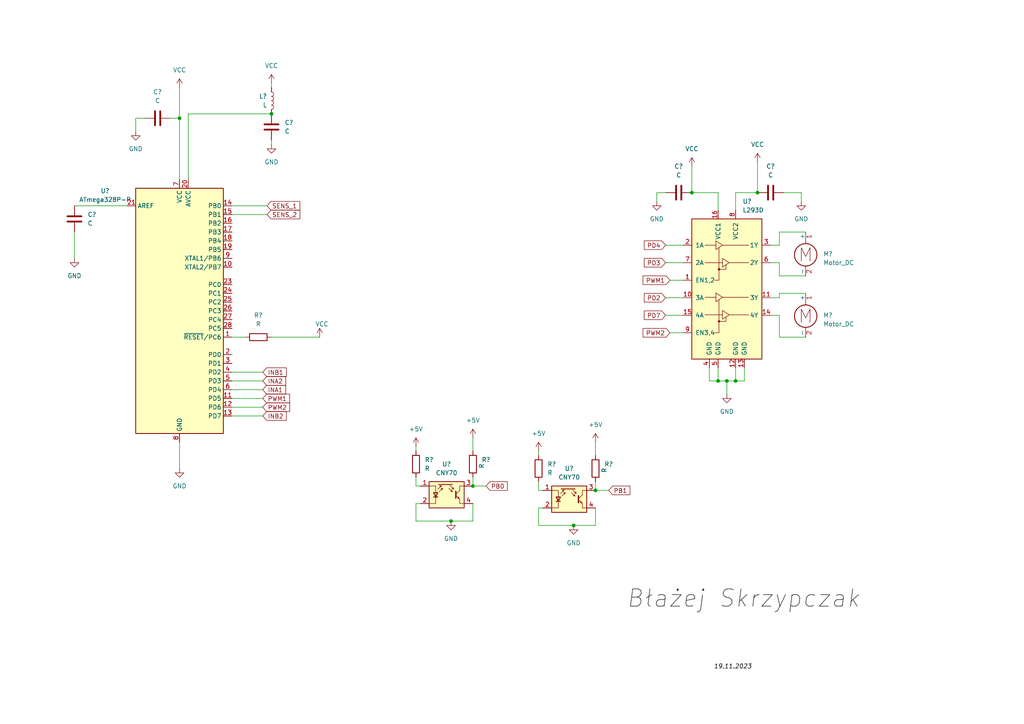
<source format=kicad_sch>
(kicad_sch (version 20211123) (generator eeschema)

  (uuid 1b6d0560-1178-425c-aa39-65ccb9b9adf6)

  (paper "A4")

  (lib_symbols
    (symbol "Device:C" (pin_numbers hide) (pin_names (offset 0.254)) (in_bom yes) (on_board yes)
      (property "Reference" "C" (id 0) (at 0.635 2.54 0)
        (effects (font (size 1.27 1.27)) (justify left))
      )
      (property "Value" "C" (id 1) (at 0.635 -2.54 0)
        (effects (font (size 1.27 1.27)) (justify left))
      )
      (property "Footprint" "" (id 2) (at 0.9652 -3.81 0)
        (effects (font (size 1.27 1.27)) hide)
      )
      (property "Datasheet" "~" (id 3) (at 0 0 0)
        (effects (font (size 1.27 1.27)) hide)
      )
      (property "ki_keywords" "cap capacitor" (id 4) (at 0 0 0)
        (effects (font (size 1.27 1.27)) hide)
      )
      (property "ki_description" "Unpolarized capacitor" (id 5) (at 0 0 0)
        (effects (font (size 1.27 1.27)) hide)
      )
      (property "ki_fp_filters" "C_*" (id 6) (at 0 0 0)
        (effects (font (size 1.27 1.27)) hide)
      )
      (symbol "C_0_1"
        (polyline
          (pts
            (xy -2.032 -0.762)
            (xy 2.032 -0.762)
          )
          (stroke (width 0.508) (type default) (color 0 0 0 0))
          (fill (type none))
        )
        (polyline
          (pts
            (xy -2.032 0.762)
            (xy 2.032 0.762)
          )
          (stroke (width 0.508) (type default) (color 0 0 0 0))
          (fill (type none))
        )
      )
      (symbol "C_1_1"
        (pin passive line (at 0 3.81 270) (length 2.794)
          (name "~" (effects (font (size 1.27 1.27))))
          (number "1" (effects (font (size 1.27 1.27))))
        )
        (pin passive line (at 0 -3.81 90) (length 2.794)
          (name "~" (effects (font (size 1.27 1.27))))
          (number "2" (effects (font (size 1.27 1.27))))
        )
      )
    )
    (symbol "Device:L" (pin_numbers hide) (pin_names (offset 1.016) hide) (in_bom yes) (on_board yes)
      (property "Reference" "L" (id 0) (at -1.27 0 90)
        (effects (font (size 1.27 1.27)))
      )
      (property "Value" "L" (id 1) (at 1.905 0 90)
        (effects (font (size 1.27 1.27)))
      )
      (property "Footprint" "" (id 2) (at 0 0 0)
        (effects (font (size 1.27 1.27)) hide)
      )
      (property "Datasheet" "~" (id 3) (at 0 0 0)
        (effects (font (size 1.27 1.27)) hide)
      )
      (property "ki_keywords" "inductor choke coil reactor magnetic" (id 4) (at 0 0 0)
        (effects (font (size 1.27 1.27)) hide)
      )
      (property "ki_description" "Inductor" (id 5) (at 0 0 0)
        (effects (font (size 1.27 1.27)) hide)
      )
      (property "ki_fp_filters" "Choke_* *Coil* Inductor_* L_*" (id 6) (at 0 0 0)
        (effects (font (size 1.27 1.27)) hide)
      )
      (symbol "L_0_1"
        (arc (start 0 -2.54) (mid 0.635 -1.905) (end 0 -1.27)
          (stroke (width 0) (type default) (color 0 0 0 0))
          (fill (type none))
        )
        (arc (start 0 -1.27) (mid 0.635 -0.635) (end 0 0)
          (stroke (width 0) (type default) (color 0 0 0 0))
          (fill (type none))
        )
        (arc (start 0 0) (mid 0.635 0.635) (end 0 1.27)
          (stroke (width 0) (type default) (color 0 0 0 0))
          (fill (type none))
        )
        (arc (start 0 1.27) (mid 0.635 1.905) (end 0 2.54)
          (stroke (width 0) (type default) (color 0 0 0 0))
          (fill (type none))
        )
      )
      (symbol "L_1_1"
        (pin passive line (at 0 3.81 270) (length 1.27)
          (name "1" (effects (font (size 1.27 1.27))))
          (number "1" (effects (font (size 1.27 1.27))))
        )
        (pin passive line (at 0 -3.81 90) (length 1.27)
          (name "2" (effects (font (size 1.27 1.27))))
          (number "2" (effects (font (size 1.27 1.27))))
        )
      )
    )
    (symbol "Device:R" (pin_numbers hide) (pin_names (offset 0)) (in_bom yes) (on_board yes)
      (property "Reference" "R" (id 0) (at 2.032 0 90)
        (effects (font (size 1.27 1.27)))
      )
      (property "Value" "R" (id 1) (at 0 0 90)
        (effects (font (size 1.27 1.27)))
      )
      (property "Footprint" "" (id 2) (at -1.778 0 90)
        (effects (font (size 1.27 1.27)) hide)
      )
      (property "Datasheet" "~" (id 3) (at 0 0 0)
        (effects (font (size 1.27 1.27)) hide)
      )
      (property "ki_keywords" "R res resistor" (id 4) (at 0 0 0)
        (effects (font (size 1.27 1.27)) hide)
      )
      (property "ki_description" "Resistor" (id 5) (at 0 0 0)
        (effects (font (size 1.27 1.27)) hide)
      )
      (property "ki_fp_filters" "R_*" (id 6) (at 0 0 0)
        (effects (font (size 1.27 1.27)) hide)
      )
      (symbol "R_0_1"
        (rectangle (start -1.016 -2.54) (end 1.016 2.54)
          (stroke (width 0.254) (type default) (color 0 0 0 0))
          (fill (type none))
        )
      )
      (symbol "R_1_1"
        (pin passive line (at 0 3.81 270) (length 1.27)
          (name "~" (effects (font (size 1.27 1.27))))
          (number "1" (effects (font (size 1.27 1.27))))
        )
        (pin passive line (at 0 -3.81 90) (length 1.27)
          (name "~" (effects (font (size 1.27 1.27))))
          (number "2" (effects (font (size 1.27 1.27))))
        )
      )
    )
    (symbol "Driver_Motor:L293D" (pin_names (offset 1.016)) (in_bom yes) (on_board yes)
      (property "Reference" "U" (id 0) (at -5.08 26.035 0)
        (effects (font (size 1.27 1.27)) (justify right))
      )
      (property "Value" "L293D" (id 1) (at -5.08 24.13 0)
        (effects (font (size 1.27 1.27)) (justify right))
      )
      (property "Footprint" "Package_DIP:DIP-16_W7.62mm" (id 2) (at 6.35 -19.05 0)
        (effects (font (size 1.27 1.27)) (justify left) hide)
      )
      (property "Datasheet" "http://www.ti.com/lit/ds/symlink/l293.pdf" (id 3) (at -7.62 17.78 0)
        (effects (font (size 1.27 1.27)) hide)
      )
      (property "ki_keywords" "Half-H Driver Motor" (id 4) (at 0 0 0)
        (effects (font (size 1.27 1.27)) hide)
      )
      (property "ki_description" "Quadruple Half-H Drivers" (id 5) (at 0 0 0)
        (effects (font (size 1.27 1.27)) hide)
      )
      (property "ki_fp_filters" "DIP*W7.62mm*" (id 6) (at 0 0 0)
        (effects (font (size 1.27 1.27)) hide)
      )
      (symbol "L293D_0_1"
        (rectangle (start -10.16 22.86) (end 10.16 -17.78)
          (stroke (width 0.254) (type default) (color 0 0 0 0))
          (fill (type background))
        )
        (circle (center -2.286 -6.858) (radius 0.254)
          (stroke (width 0) (type default) (color 0 0 0 0))
          (fill (type outline))
        )
        (circle (center -2.286 8.255) (radius 0.254)
          (stroke (width 0) (type default) (color 0 0 0 0))
          (fill (type outline))
        )
        (polyline
          (pts
            (xy -6.35 -4.953)
            (xy -1.27 -4.953)
          )
          (stroke (width 0) (type default) (color 0 0 0 0))
          (fill (type none))
        )
        (polyline
          (pts
            (xy -6.35 0.127)
            (xy -3.175 0.127)
          )
          (stroke (width 0) (type default) (color 0 0 0 0))
          (fill (type none))
        )
        (polyline
          (pts
            (xy -6.35 10.16)
            (xy -1.27 10.16)
          )
          (stroke (width 0) (type default) (color 0 0 0 0))
          (fill (type none))
        )
        (polyline
          (pts
            (xy -6.35 15.24)
            (xy -3.175 15.24)
          )
          (stroke (width 0) (type default) (color 0 0 0 0))
          (fill (type none))
        )
        (polyline
          (pts
            (xy -1.27 0.127)
            (xy 6.35 0.127)
          )
          (stroke (width 0) (type default) (color 0 0 0 0))
          (fill (type none))
        )
        (polyline
          (pts
            (xy -1.27 15.24)
            (xy 6.35 15.24)
          )
          (stroke (width 0) (type default) (color 0 0 0 0))
          (fill (type none))
        )
        (polyline
          (pts
            (xy 0.635 -4.953)
            (xy 6.35 -4.953)
          )
          (stroke (width 0) (type default) (color 0 0 0 0))
          (fill (type none))
        )
        (polyline
          (pts
            (xy 0.635 10.16)
            (xy 6.35 10.16)
          )
          (stroke (width 0) (type default) (color 0 0 0 0))
          (fill (type none))
        )
        (polyline
          (pts
            (xy -2.286 -6.858)
            (xy -0.254 -6.858)
            (xy -0.254 -5.588)
          )
          (stroke (width 0) (type default) (color 0 0 0 0))
          (fill (type none))
        )
        (polyline
          (pts
            (xy -2.286 -0.635)
            (xy -2.286 -10.16)
            (xy -3.556 -10.16)
          )
          (stroke (width 0) (type default) (color 0 0 0 0))
          (fill (type none))
        )
        (polyline
          (pts
            (xy -2.286 8.255)
            (xy -0.254 8.255)
            (xy -0.254 9.525)
          )
          (stroke (width 0) (type default) (color 0 0 0 0))
          (fill (type none))
        )
        (polyline
          (pts
            (xy -2.286 14.478)
            (xy -2.286 5.08)
            (xy -3.556 5.08)
          )
          (stroke (width 0) (type default) (color 0 0 0 0))
          (fill (type none))
        )
        (polyline
          (pts
            (xy -3.175 1.397)
            (xy -3.175 -1.143)
            (xy -1.27 0.127)
            (xy -3.175 1.397)
          )
          (stroke (width 0) (type default) (color 0 0 0 0))
          (fill (type none))
        )
        (polyline
          (pts
            (xy -3.175 16.51)
            (xy -3.175 13.97)
            (xy -1.27 15.24)
            (xy -3.175 16.51)
          )
          (stroke (width 0) (type default) (color 0 0 0 0))
          (fill (type none))
        )
        (polyline
          (pts
            (xy -1.27 -3.683)
            (xy -1.27 -6.223)
            (xy 0.635 -4.953)
            (xy -1.27 -3.683)
          )
          (stroke (width 0) (type default) (color 0 0 0 0))
          (fill (type none))
        )
        (polyline
          (pts
            (xy -1.27 11.43)
            (xy -1.27 8.89)
            (xy 0.635 10.16)
            (xy -1.27 11.43)
          )
          (stroke (width 0) (type default) (color 0 0 0 0))
          (fill (type none))
        )
      )
      (symbol "L293D_1_1"
        (pin input line (at -12.7 5.08 0) (length 2.54)
          (name "EN1,2" (effects (font (size 1.27 1.27))))
          (number "1" (effects (font (size 1.27 1.27))))
        )
        (pin input line (at -12.7 0 0) (length 2.54)
          (name "3A" (effects (font (size 1.27 1.27))))
          (number "10" (effects (font (size 1.27 1.27))))
        )
        (pin output line (at 12.7 0 180) (length 2.54)
          (name "3Y" (effects (font (size 1.27 1.27))))
          (number "11" (effects (font (size 1.27 1.27))))
        )
        (pin power_in line (at 2.54 -20.32 90) (length 2.54)
          (name "GND" (effects (font (size 1.27 1.27))))
          (number "12" (effects (font (size 1.27 1.27))))
        )
        (pin power_in line (at 5.08 -20.32 90) (length 2.54)
          (name "GND" (effects (font (size 1.27 1.27))))
          (number "13" (effects (font (size 1.27 1.27))))
        )
        (pin output line (at 12.7 -5.08 180) (length 2.54)
          (name "4Y" (effects (font (size 1.27 1.27))))
          (number "14" (effects (font (size 1.27 1.27))))
        )
        (pin input line (at -12.7 -5.08 0) (length 2.54)
          (name "4A" (effects (font (size 1.27 1.27))))
          (number "15" (effects (font (size 1.27 1.27))))
        )
        (pin power_in line (at -2.54 25.4 270) (length 2.54)
          (name "VCC1" (effects (font (size 1.27 1.27))))
          (number "16" (effects (font (size 1.27 1.27))))
        )
        (pin input line (at -12.7 15.24 0) (length 2.54)
          (name "1A" (effects (font (size 1.27 1.27))))
          (number "2" (effects (font (size 1.27 1.27))))
        )
        (pin output line (at 12.7 15.24 180) (length 2.54)
          (name "1Y" (effects (font (size 1.27 1.27))))
          (number "3" (effects (font (size 1.27 1.27))))
        )
        (pin power_in line (at -5.08 -20.32 90) (length 2.54)
          (name "GND" (effects (font (size 1.27 1.27))))
          (number "4" (effects (font (size 1.27 1.27))))
        )
        (pin power_in line (at -2.54 -20.32 90) (length 2.54)
          (name "GND" (effects (font (size 1.27 1.27))))
          (number "5" (effects (font (size 1.27 1.27))))
        )
        (pin output line (at 12.7 10.16 180) (length 2.54)
          (name "2Y" (effects (font (size 1.27 1.27))))
          (number "6" (effects (font (size 1.27 1.27))))
        )
        (pin input line (at -12.7 10.16 0) (length 2.54)
          (name "2A" (effects (font (size 1.27 1.27))))
          (number "7" (effects (font (size 1.27 1.27))))
        )
        (pin power_in line (at 2.54 25.4 270) (length 2.54)
          (name "VCC2" (effects (font (size 1.27 1.27))))
          (number "8" (effects (font (size 1.27 1.27))))
        )
        (pin input line (at -12.7 -10.16 0) (length 2.54)
          (name "EN3,4" (effects (font (size 1.27 1.27))))
          (number "9" (effects (font (size 1.27 1.27))))
        )
      )
    )
    (symbol "MCU_Microchip_ATmega:ATmega328P-P" (in_bom yes) (on_board yes)
      (property "Reference" "U" (id 0) (at -12.7 36.83 0)
        (effects (font (size 1.27 1.27)) (justify left bottom))
      )
      (property "Value" "ATmega328P-P" (id 1) (at 2.54 -36.83 0)
        (effects (font (size 1.27 1.27)) (justify left top))
      )
      (property "Footprint" "Package_DIP:DIP-28_W7.62mm" (id 2) (at 0 0 0)
        (effects (font (size 1.27 1.27) italic) hide)
      )
      (property "Datasheet" "http://ww1.microchip.com/downloads/en/DeviceDoc/ATmega328_P%20AVR%20MCU%20with%20picoPower%20Technology%20Data%20Sheet%2040001984A.pdf" (id 3) (at 0 0 0)
        (effects (font (size 1.27 1.27)) hide)
      )
      (property "ki_keywords" "AVR 8bit Microcontroller MegaAVR PicoPower" (id 4) (at 0 0 0)
        (effects (font (size 1.27 1.27)) hide)
      )
      (property "ki_description" "20MHz, 32kB Flash, 2kB SRAM, 1kB EEPROM, DIP-28" (id 5) (at 0 0 0)
        (effects (font (size 1.27 1.27)) hide)
      )
      (property "ki_fp_filters" "DIP*W7.62mm*" (id 6) (at 0 0 0)
        (effects (font (size 1.27 1.27)) hide)
      )
      (symbol "ATmega328P-P_0_1"
        (rectangle (start -12.7 -35.56) (end 12.7 35.56)
          (stroke (width 0.254) (type default) (color 0 0 0 0))
          (fill (type background))
        )
      )
      (symbol "ATmega328P-P_1_1"
        (pin bidirectional line (at 15.24 -7.62 180) (length 2.54)
          (name "~{RESET}/PC6" (effects (font (size 1.27 1.27))))
          (number "1" (effects (font (size 1.27 1.27))))
        )
        (pin bidirectional line (at 15.24 12.7 180) (length 2.54)
          (name "XTAL2/PB7" (effects (font (size 1.27 1.27))))
          (number "10" (effects (font (size 1.27 1.27))))
        )
        (pin bidirectional line (at 15.24 -25.4 180) (length 2.54)
          (name "PD5" (effects (font (size 1.27 1.27))))
          (number "11" (effects (font (size 1.27 1.27))))
        )
        (pin bidirectional line (at 15.24 -27.94 180) (length 2.54)
          (name "PD6" (effects (font (size 1.27 1.27))))
          (number "12" (effects (font (size 1.27 1.27))))
        )
        (pin bidirectional line (at 15.24 -30.48 180) (length 2.54)
          (name "PD7" (effects (font (size 1.27 1.27))))
          (number "13" (effects (font (size 1.27 1.27))))
        )
        (pin bidirectional line (at 15.24 30.48 180) (length 2.54)
          (name "PB0" (effects (font (size 1.27 1.27))))
          (number "14" (effects (font (size 1.27 1.27))))
        )
        (pin bidirectional line (at 15.24 27.94 180) (length 2.54)
          (name "PB1" (effects (font (size 1.27 1.27))))
          (number "15" (effects (font (size 1.27 1.27))))
        )
        (pin bidirectional line (at 15.24 25.4 180) (length 2.54)
          (name "PB2" (effects (font (size 1.27 1.27))))
          (number "16" (effects (font (size 1.27 1.27))))
        )
        (pin bidirectional line (at 15.24 22.86 180) (length 2.54)
          (name "PB3" (effects (font (size 1.27 1.27))))
          (number "17" (effects (font (size 1.27 1.27))))
        )
        (pin bidirectional line (at 15.24 20.32 180) (length 2.54)
          (name "PB4" (effects (font (size 1.27 1.27))))
          (number "18" (effects (font (size 1.27 1.27))))
        )
        (pin bidirectional line (at 15.24 17.78 180) (length 2.54)
          (name "PB5" (effects (font (size 1.27 1.27))))
          (number "19" (effects (font (size 1.27 1.27))))
        )
        (pin bidirectional line (at 15.24 -12.7 180) (length 2.54)
          (name "PD0" (effects (font (size 1.27 1.27))))
          (number "2" (effects (font (size 1.27 1.27))))
        )
        (pin power_in line (at 2.54 38.1 270) (length 2.54)
          (name "AVCC" (effects (font (size 1.27 1.27))))
          (number "20" (effects (font (size 1.27 1.27))))
        )
        (pin passive line (at -15.24 30.48 0) (length 2.54)
          (name "AREF" (effects (font (size 1.27 1.27))))
          (number "21" (effects (font (size 1.27 1.27))))
        )
        (pin passive line (at 0 -38.1 90) (length 2.54) hide
          (name "GND" (effects (font (size 1.27 1.27))))
          (number "22" (effects (font (size 1.27 1.27))))
        )
        (pin bidirectional line (at 15.24 7.62 180) (length 2.54)
          (name "PC0" (effects (font (size 1.27 1.27))))
          (number "23" (effects (font (size 1.27 1.27))))
        )
        (pin bidirectional line (at 15.24 5.08 180) (length 2.54)
          (name "PC1" (effects (font (size 1.27 1.27))))
          (number "24" (effects (font (size 1.27 1.27))))
        )
        (pin bidirectional line (at 15.24 2.54 180) (length 2.54)
          (name "PC2" (effects (font (size 1.27 1.27))))
          (number "25" (effects (font (size 1.27 1.27))))
        )
        (pin bidirectional line (at 15.24 0 180) (length 2.54)
          (name "PC3" (effects (font (size 1.27 1.27))))
          (number "26" (effects (font (size 1.27 1.27))))
        )
        (pin bidirectional line (at 15.24 -2.54 180) (length 2.54)
          (name "PC4" (effects (font (size 1.27 1.27))))
          (number "27" (effects (font (size 1.27 1.27))))
        )
        (pin bidirectional line (at 15.24 -5.08 180) (length 2.54)
          (name "PC5" (effects (font (size 1.27 1.27))))
          (number "28" (effects (font (size 1.27 1.27))))
        )
        (pin bidirectional line (at 15.24 -15.24 180) (length 2.54)
          (name "PD1" (effects (font (size 1.27 1.27))))
          (number "3" (effects (font (size 1.27 1.27))))
        )
        (pin bidirectional line (at 15.24 -17.78 180) (length 2.54)
          (name "PD2" (effects (font (size 1.27 1.27))))
          (number "4" (effects (font (size 1.27 1.27))))
        )
        (pin bidirectional line (at 15.24 -20.32 180) (length 2.54)
          (name "PD3" (effects (font (size 1.27 1.27))))
          (number "5" (effects (font (size 1.27 1.27))))
        )
        (pin bidirectional line (at 15.24 -22.86 180) (length 2.54)
          (name "PD4" (effects (font (size 1.27 1.27))))
          (number "6" (effects (font (size 1.27 1.27))))
        )
        (pin power_in line (at 0 38.1 270) (length 2.54)
          (name "VCC" (effects (font (size 1.27 1.27))))
          (number "7" (effects (font (size 1.27 1.27))))
        )
        (pin power_in line (at 0 -38.1 90) (length 2.54)
          (name "GND" (effects (font (size 1.27 1.27))))
          (number "8" (effects (font (size 1.27 1.27))))
        )
        (pin bidirectional line (at 15.24 15.24 180) (length 2.54)
          (name "XTAL1/PB6" (effects (font (size 1.27 1.27))))
          (number "9" (effects (font (size 1.27 1.27))))
        )
      )
    )
    (symbol "Motor:Motor_DC" (pin_names (offset 0)) (in_bom yes) (on_board yes)
      (property "Reference" "M" (id 0) (at 2.54 2.54 0)
        (effects (font (size 1.27 1.27)) (justify left))
      )
      (property "Value" "Motor_DC" (id 1) (at 2.54 -5.08 0)
        (effects (font (size 1.27 1.27)) (justify left top))
      )
      (property "Footprint" "" (id 2) (at 0 -2.286 0)
        (effects (font (size 1.27 1.27)) hide)
      )
      (property "Datasheet" "~" (id 3) (at 0 -2.286 0)
        (effects (font (size 1.27 1.27)) hide)
      )
      (property "ki_keywords" "DC Motor" (id 4) (at 0 0 0)
        (effects (font (size 1.27 1.27)) hide)
      )
      (property "ki_description" "DC Motor" (id 5) (at 0 0 0)
        (effects (font (size 1.27 1.27)) hide)
      )
      (property "ki_fp_filters" "PinHeader*P2.54mm* TerminalBlock*" (id 6) (at 0 0 0)
        (effects (font (size 1.27 1.27)) hide)
      )
      (symbol "Motor_DC_0_0"
        (polyline
          (pts
            (xy -1.27 -3.302)
            (xy -1.27 0.508)
            (xy 0 -2.032)
            (xy 1.27 0.508)
            (xy 1.27 -3.302)
          )
          (stroke (width 0) (type default) (color 0 0 0 0))
          (fill (type none))
        )
      )
      (symbol "Motor_DC_0_1"
        (circle (center 0 -1.524) (radius 3.2512)
          (stroke (width 0.254) (type default) (color 0 0 0 0))
          (fill (type none))
        )
        (polyline
          (pts
            (xy 0 -7.62)
            (xy 0 -7.112)
          )
          (stroke (width 0) (type default) (color 0 0 0 0))
          (fill (type none))
        )
        (polyline
          (pts
            (xy 0 -4.7752)
            (xy 0 -5.1816)
          )
          (stroke (width 0) (type default) (color 0 0 0 0))
          (fill (type none))
        )
        (polyline
          (pts
            (xy 0 1.7272)
            (xy 0 2.0828)
          )
          (stroke (width 0) (type default) (color 0 0 0 0))
          (fill (type none))
        )
        (polyline
          (pts
            (xy 0 2.032)
            (xy 0 2.54)
          )
          (stroke (width 0) (type default) (color 0 0 0 0))
          (fill (type none))
        )
      )
      (symbol "Motor_DC_1_1"
        (pin passive line (at 0 5.08 270) (length 2.54)
          (name "+" (effects (font (size 1.27 1.27))))
          (number "1" (effects (font (size 1.27 1.27))))
        )
        (pin passive line (at 0 -7.62 90) (length 2.54)
          (name "-" (effects (font (size 1.27 1.27))))
          (number "2" (effects (font (size 1.27 1.27))))
        )
      )
    )
    (symbol "Sensor_Proximity:CNY70" (pin_names (offset 1.016) hide) (in_bom yes) (on_board yes)
      (property "Reference" "U" (id 0) (at -5.08 5.08 0)
        (effects (font (size 1.27 1.27)))
      )
      (property "Value" "CNY70" (id 1) (at 5.08 5.08 0)
        (effects (font (size 1.27 1.27)) (justify right))
      )
      (property "Footprint" "OptoDevice:Vishay_CNY70" (id 2) (at 0 -5.08 0)
        (effects (font (size 1.27 1.27)) hide)
      )
      (property "Datasheet" "https://www.vishay.com/docs/83751/cny70.pdf" (id 3) (at 0 2.54 0)
        (effects (font (size 1.27 1.27)) hide)
      )
      (property "ki_keywords" "Reflective Optical Sensor Opto" (id 4) (at 0 0 0)
        (effects (font (size 1.27 1.27)) hide)
      )
      (property "ki_description" "Reflective Optical Sensor with Transistor Output" (id 5) (at 0 0 0)
        (effects (font (size 1.27 1.27)) hide)
      )
      (property "ki_fp_filters" "Vishay*CNY70*" (id 6) (at 0 0 0)
        (effects (font (size 1.27 1.27)) hide)
      )
      (symbol "CNY70_0_1"
        (polyline
          (pts
            (xy -3.81 -0.635)
            (xy -2.54 -0.635)
          )
          (stroke (width 0.254) (type default) (color 0 0 0 0))
          (fill (type none))
        )
        (polyline
          (pts
            (xy -2.286 2.921)
            (xy -2.032 3.175)
          )
          (stroke (width 0) (type default) (color 0 0 0 0))
          (fill (type none))
        )
        (polyline
          (pts
            (xy -1.778 2.921)
            (xy -1.524 3.175)
          )
          (stroke (width 0) (type default) (color 0 0 0 0))
          (fill (type none))
        )
        (polyline
          (pts
            (xy -1.524 2.667)
            (xy -1.651 2.159)
          )
          (stroke (width 0) (type default) (color 0 0 0 0))
          (fill (type none))
        )
        (polyline
          (pts
            (xy -1.27 2.921)
            (xy -1.016 3.175)
          )
          (stroke (width 0) (type default) (color 0 0 0 0))
          (fill (type none))
        )
        (polyline
          (pts
            (xy -1.143 1.905)
            (xy -1.27 1.397)
          )
          (stroke (width 0) (type default) (color 0 0 0 0))
          (fill (type none))
        )
        (polyline
          (pts
            (xy -0.762 2.921)
            (xy -0.508 3.175)
          )
          (stroke (width 0) (type default) (color 0 0 0 0))
          (fill (type none))
        )
        (polyline
          (pts
            (xy -0.254 2.921)
            (xy 0 3.175)
          )
          (stroke (width 0) (type default) (color 0 0 0 0))
          (fill (type none))
        )
        (polyline
          (pts
            (xy 0.254 2.921)
            (xy 0.508 3.175)
          )
          (stroke (width 0) (type default) (color 0 0 0 0))
          (fill (type none))
        )
        (polyline
          (pts
            (xy 0.762 2.921)
            (xy 1.016 3.175)
          )
          (stroke (width 0) (type default) (color 0 0 0 0))
          (fill (type none))
        )
        (polyline
          (pts
            (xy 1.27 2.921)
            (xy 1.524 3.175)
          )
          (stroke (width 0) (type default) (color 0 0 0 0))
          (fill (type none))
        )
        (polyline
          (pts
            (xy 1.651 0.889)
            (xy 1.143 1.016)
          )
          (stroke (width 0) (type default) (color 0 0 0 0))
          (fill (type none))
        )
        (polyline
          (pts
            (xy 1.778 2.921)
            (xy -2.413 2.921)
          )
          (stroke (width 0) (type default) (color 0 0 0 0))
          (fill (type none))
        )
        (polyline
          (pts
            (xy 2.032 1.651)
            (xy 1.524 1.778)
          )
          (stroke (width 0) (type default) (color 0 0 0 0))
          (fill (type none))
        )
        (polyline
          (pts
            (xy 2.667 -0.127)
            (xy 3.81 -1.27)
          )
          (stroke (width 0) (type default) (color 0 0 0 0))
          (fill (type none))
        )
        (polyline
          (pts
            (xy 2.667 0.127)
            (xy 3.81 1.27)
          )
          (stroke (width 0) (type default) (color 0 0 0 0))
          (fill (type none))
        )
        (polyline
          (pts
            (xy -2.54 1.651)
            (xy -1.524 2.667)
            (xy -2.032 2.54)
          )
          (stroke (width 0) (type default) (color 0 0 0 0))
          (fill (type none))
        )
        (polyline
          (pts
            (xy -2.159 0.889)
            (xy -1.143 1.905)
            (xy -1.651 1.778)
          )
          (stroke (width 0) (type default) (color 0 0 0 0))
          (fill (type none))
        )
        (polyline
          (pts
            (xy 0.635 1.905)
            (xy 1.651 0.889)
            (xy 1.524 1.397)
          )
          (stroke (width 0) (type default) (color 0 0 0 0))
          (fill (type none))
        )
        (polyline
          (pts
            (xy 1.016 2.667)
            (xy 2.032 1.651)
            (xy 1.905 2.159)
          )
          (stroke (width 0) (type default) (color 0 0 0 0))
          (fill (type none))
        )
        (polyline
          (pts
            (xy 2.667 1.016)
            (xy 2.667 -1.016)
            (xy 2.667 -1.016)
          )
          (stroke (width 0.3556) (type default) (color 0 0 0 0))
          (fill (type none))
        )
        (polyline
          (pts
            (xy 3.81 -1.27)
            (xy 3.81 -2.54)
            (xy 5.08 -2.54)
          )
          (stroke (width 0) (type default) (color 0 0 0 0))
          (fill (type none))
        )
        (polyline
          (pts
            (xy 3.81 1.27)
            (xy 3.81 2.54)
            (xy 5.08 2.54)
          )
          (stroke (width 0) (type default) (color 0 0 0 0))
          (fill (type none))
        )
        (polyline
          (pts
            (xy -5.08 -2.54)
            (xy -3.175 -2.54)
            (xy -3.175 2.54)
            (xy -5.08 2.54)
          )
          (stroke (width 0) (type default) (color 0 0 0 0))
          (fill (type none))
        )
        (polyline
          (pts
            (xy -3.175 -0.635)
            (xy -3.81 0.635)
            (xy -2.54 0.635)
            (xy -3.175 -0.635)
          )
          (stroke (width 0.254) (type default) (color 0 0 0 0))
          (fill (type none))
        )
        (polyline
          (pts
            (xy 3.683 -1.143)
            (xy 3.429 -0.635)
            (xy 3.175 -0.889)
            (xy 3.683 -1.143)
          )
          (stroke (width 0) (type default) (color 0 0 0 0))
          (fill (type none))
        )
        (polyline
          (pts
            (xy -5.08 -3.81)
            (xy 5.08 -3.81)
            (xy 5.08 3.81)
            (xy -5.08 3.81)
            (xy -5.08 -3.81)
          )
          (stroke (width 0.254) (type default) (color 0 0 0 0))
          (fill (type background))
        )
      )
      (symbol "CNY70_1_1"
        (pin passive line (at -7.62 2.54 0) (length 2.54)
          (name "A" (effects (font (size 1.27 1.27))))
          (number "1" (effects (font (size 1.27 1.27))))
        )
        (pin passive line (at -7.62 -2.54 0) (length 2.54)
          (name "K" (effects (font (size 1.27 1.27))))
          (number "2" (effects (font (size 1.27 1.27))))
        )
        (pin open_collector line (at 7.62 2.54 180) (length 2.54)
          (name "C" (effects (font (size 1.27 1.27))))
          (number "3" (effects (font (size 1.27 1.27))))
        )
        (pin open_emitter line (at 7.62 -2.54 180) (length 2.54)
          (name "E" (effects (font (size 1.27 1.27))))
          (number "4" (effects (font (size 1.27 1.27))))
        )
      )
    )
    (symbol "power:+5V" (power) (pin_names (offset 0)) (in_bom yes) (on_board yes)
      (property "Reference" "#PWR" (id 0) (at 0 -3.81 0)
        (effects (font (size 1.27 1.27)) hide)
      )
      (property "Value" "+5V" (id 1) (at 0 3.556 0)
        (effects (font (size 1.27 1.27)))
      )
      (property "Footprint" "" (id 2) (at 0 0 0)
        (effects (font (size 1.27 1.27)) hide)
      )
      (property "Datasheet" "" (id 3) (at 0 0 0)
        (effects (font (size 1.27 1.27)) hide)
      )
      (property "ki_keywords" "power-flag" (id 4) (at 0 0 0)
        (effects (font (size 1.27 1.27)) hide)
      )
      (property "ki_description" "Power symbol creates a global label with name \"+5V\"" (id 5) (at 0 0 0)
        (effects (font (size 1.27 1.27)) hide)
      )
      (symbol "+5V_0_1"
        (polyline
          (pts
            (xy -0.762 1.27)
            (xy 0 2.54)
          )
          (stroke (width 0) (type default) (color 0 0 0 0))
          (fill (type none))
        )
        (polyline
          (pts
            (xy 0 0)
            (xy 0 2.54)
          )
          (stroke (width 0) (type default) (color 0 0 0 0))
          (fill (type none))
        )
        (polyline
          (pts
            (xy 0 2.54)
            (xy 0.762 1.27)
          )
          (stroke (width 0) (type default) (color 0 0 0 0))
          (fill (type none))
        )
      )
      (symbol "+5V_1_1"
        (pin power_in line (at 0 0 90) (length 0) hide
          (name "+5V" (effects (font (size 1.27 1.27))))
          (number "1" (effects (font (size 1.27 1.27))))
        )
      )
    )
    (symbol "power:GND" (power) (pin_names (offset 0)) (in_bom yes) (on_board yes)
      (property "Reference" "#PWR" (id 0) (at 0 -6.35 0)
        (effects (font (size 1.27 1.27)) hide)
      )
      (property "Value" "GND" (id 1) (at 0 -3.81 0)
        (effects (font (size 1.27 1.27)))
      )
      (property "Footprint" "" (id 2) (at 0 0 0)
        (effects (font (size 1.27 1.27)) hide)
      )
      (property "Datasheet" "" (id 3) (at 0 0 0)
        (effects (font (size 1.27 1.27)) hide)
      )
      (property "ki_keywords" "power-flag" (id 4) (at 0 0 0)
        (effects (font (size 1.27 1.27)) hide)
      )
      (property "ki_description" "Power symbol creates a global label with name \"GND\" , ground" (id 5) (at 0 0 0)
        (effects (font (size 1.27 1.27)) hide)
      )
      (symbol "GND_0_1"
        (polyline
          (pts
            (xy 0 0)
            (xy 0 -1.27)
            (xy 1.27 -1.27)
            (xy 0 -2.54)
            (xy -1.27 -1.27)
            (xy 0 -1.27)
          )
          (stroke (width 0) (type default) (color 0 0 0 0))
          (fill (type none))
        )
      )
      (symbol "GND_1_1"
        (pin power_in line (at 0 0 270) (length 0) hide
          (name "GND" (effects (font (size 1.27 1.27))))
          (number "1" (effects (font (size 1.27 1.27))))
        )
      )
    )
    (symbol "power:VCC" (power) (pin_names (offset 0)) (in_bom yes) (on_board yes)
      (property "Reference" "#PWR" (id 0) (at 0 -3.81 0)
        (effects (font (size 1.27 1.27)) hide)
      )
      (property "Value" "VCC" (id 1) (at 0 3.81 0)
        (effects (font (size 1.27 1.27)))
      )
      (property "Footprint" "" (id 2) (at 0 0 0)
        (effects (font (size 1.27 1.27)) hide)
      )
      (property "Datasheet" "" (id 3) (at 0 0 0)
        (effects (font (size 1.27 1.27)) hide)
      )
      (property "ki_keywords" "power-flag" (id 4) (at 0 0 0)
        (effects (font (size 1.27 1.27)) hide)
      )
      (property "ki_description" "Power symbol creates a global label with name \"VCC\"" (id 5) (at 0 0 0)
        (effects (font (size 1.27 1.27)) hide)
      )
      (symbol "VCC_0_1"
        (polyline
          (pts
            (xy -0.762 1.27)
            (xy 0 2.54)
          )
          (stroke (width 0) (type default) (color 0 0 0 0))
          (fill (type none))
        )
        (polyline
          (pts
            (xy 0 0)
            (xy 0 2.54)
          )
          (stroke (width 0) (type default) (color 0 0 0 0))
          (fill (type none))
        )
        (polyline
          (pts
            (xy 0 2.54)
            (xy 0.762 1.27)
          )
          (stroke (width 0) (type default) (color 0 0 0 0))
          (fill (type none))
        )
      )
      (symbol "VCC_1_1"
        (pin power_in line (at 0 0 90) (length 0) hide
          (name "VCC" (effects (font (size 1.27 1.27))))
          (number "1" (effects (font (size 1.27 1.27))))
        )
      )
    )
  )

  (junction (at 130.81 151.13) (diameter 0) (color 0 0 0 0)
    (uuid 1a2bc6c4-799e-4765-a15b-3afbd6a27d2d)
  )
  (junction (at 200.66 55.88) (diameter 0) (color 0 0 0 0)
    (uuid 1ff52aa9-4a48-4b23-b4a7-b76da7b9bdca)
  )
  (junction (at 137.16 140.97) (diameter 0) (color 0 0 0 0)
    (uuid 3d0b504e-8856-4a57-8a1c-35d9d7e6ea53)
  )
  (junction (at 166.37 152.4) (diameter 0) (color 0 0 0 0)
    (uuid 42d38ba6-d540-4732-b1c4-1ce68b71f912)
  )
  (junction (at 213.36 110.49) (diameter 0) (color 0 0 0 0)
    (uuid 63d97fe1-b518-4fb8-9033-098e7b129240)
  )
  (junction (at 52.07 34.29) (diameter 0) (color 0 0 0 0)
    (uuid 793be4a6-5531-461d-b913-318f1b9a9e10)
  )
  (junction (at 219.71 55.88) (diameter 0) (color 0 0 0 0)
    (uuid 9ef45ec8-740d-4a58-b716-2638313c28e8)
  )
  (junction (at 172.72 142.24) (diameter 0) (color 0 0 0 0)
    (uuid ab6937d4-3bf9-43c2-ad1b-6e812a0d2c73)
  )
  (junction (at 210.82 110.49) (diameter 0) (color 0 0 0 0)
    (uuid b2c97a4d-1a3e-43eb-b988-978a1cc1702d)
  )
  (junction (at 78.74 33.02) (diameter 0) (color 0 0 0 0)
    (uuid ea90bad0-101d-4d94-a6bf-17e4fd4a270a)
  )
  (junction (at 208.28 110.49) (diameter 0) (color 0 0 0 0)
    (uuid ebf208c8-5ca8-4c3d-9560-07da6128953a)
  )

  (wire (pts (xy 219.71 46.99) (xy 219.71 55.88))
    (stroke (width 0) (type default) (color 0 0 0 0))
    (uuid 0105c0b8-261e-4a07-a31c-c537b9943761)
  )
  (wire (pts (xy 226.06 97.79) (xy 233.68 97.79))
    (stroke (width 0) (type default) (color 0 0 0 0))
    (uuid 01e57eb1-4f59-4652-ade9-3923c2ffdd0f)
  )
  (wire (pts (xy 120.65 140.97) (xy 120.65 138.43))
    (stroke (width 0) (type default) (color 0 0 0 0))
    (uuid 073a943b-3e4f-4340-877a-16b532686514)
  )
  (wire (pts (xy 193.04 76.2) (xy 198.12 76.2))
    (stroke (width 0) (type default) (color 0 0 0 0))
    (uuid 0a5bf248-9d91-435c-8ae5-182ce144a476)
  )
  (wire (pts (xy 157.48 147.32) (xy 156.21 147.32))
    (stroke (width 0) (type default) (color 0 0 0 0))
    (uuid 0b74f0ed-fd0f-47cc-a98d-90d5521842bc)
  )
  (wire (pts (xy 226.06 85.09) (xy 233.68 85.09))
    (stroke (width 0) (type default) (color 0 0 0 0))
    (uuid 0f0989f5-5e6f-4e61-8e2b-6a5254d880f2)
  )
  (wire (pts (xy 208.28 55.88) (xy 208.28 60.96))
    (stroke (width 0) (type default) (color 0 0 0 0))
    (uuid 1466a746-e42c-4539-8265-f23e0ae49915)
  )
  (wire (pts (xy 67.31 59.69) (xy 77.47 59.69))
    (stroke (width 0) (type default) (color 0 0 0 0))
    (uuid 171c81f5-4950-4b55-9bdb-0f255d99f188)
  )
  (wire (pts (xy 205.74 110.49) (xy 208.28 110.49))
    (stroke (width 0) (type default) (color 0 0 0 0))
    (uuid 1d4bc457-e969-460f-a022-e5fade059bfe)
  )
  (wire (pts (xy 193.04 91.44) (xy 198.12 91.44))
    (stroke (width 0) (type default) (color 0 0 0 0))
    (uuid 1ed56b1c-83af-4aa5-91bd-beb5e1e817b7)
  )
  (wire (pts (xy 213.36 55.88) (xy 213.36 60.96))
    (stroke (width 0) (type default) (color 0 0 0 0))
    (uuid 22ca4d26-dec4-44a3-995c-be969ad2dac7)
  )
  (wire (pts (xy 52.07 34.29) (xy 52.07 52.07))
    (stroke (width 0) (type default) (color 0 0 0 0))
    (uuid 237fccc9-c507-43e0-ac93-2060afd45ca0)
  )
  (wire (pts (xy 67.31 62.23) (xy 77.47 62.23))
    (stroke (width 0) (type default) (color 0 0 0 0))
    (uuid 25059c04-3cff-411c-b6bd-bfb36a86a95a)
  )
  (wire (pts (xy 232.41 55.88) (xy 232.41 58.42))
    (stroke (width 0) (type default) (color 0 0 0 0))
    (uuid 26dec744-dbd3-4873-8400-a541f19eb5af)
  )
  (wire (pts (xy 226.06 67.31) (xy 233.68 67.31))
    (stroke (width 0) (type default) (color 0 0 0 0))
    (uuid 26f7a2b4-9129-4c01-a66a-e1087b9af701)
  )
  (wire (pts (xy 213.36 106.68) (xy 213.36 110.49))
    (stroke (width 0) (type default) (color 0 0 0 0))
    (uuid 2774a5df-d580-409b-b4e2-ca1c644124ad)
  )
  (wire (pts (xy 21.59 59.69) (xy 36.83 59.69))
    (stroke (width 0) (type default) (color 0 0 0 0))
    (uuid 2cb0cc19-206c-407a-98e9-16b071f59c05)
  )
  (wire (pts (xy 67.31 120.65) (xy 76.2 120.65))
    (stroke (width 0) (type default) (color 0 0 0 0))
    (uuid 2fda5a1a-dc90-4e5f-84ac-15b6f0c9d397)
  )
  (wire (pts (xy 137.16 146.05) (xy 137.16 151.13))
    (stroke (width 0) (type default) (color 0 0 0 0))
    (uuid 30a97fa8-ff45-43e2-908c-02a05b8731dd)
  )
  (wire (pts (xy 67.31 110.49) (xy 76.2 110.49))
    (stroke (width 0) (type default) (color 0 0 0 0))
    (uuid 33c2ce81-d980-4146-8567-3c93c950b8bd)
  )
  (wire (pts (xy 208.28 106.68) (xy 208.28 110.49))
    (stroke (width 0) (type default) (color 0 0 0 0))
    (uuid 36786add-c9c9-4600-9ba1-87227aaa690c)
  )
  (wire (pts (xy 156.21 142.24) (xy 156.21 139.7))
    (stroke (width 0) (type default) (color 0 0 0 0))
    (uuid 3d87ad9f-0d5e-4cd5-8bb5-28cc16198626)
  )
  (wire (pts (xy 121.92 140.97) (xy 120.65 140.97))
    (stroke (width 0) (type default) (color 0 0 0 0))
    (uuid 3e9228f4-e3dd-4099-a155-fa04f9c8050b)
  )
  (wire (pts (xy 120.65 151.13) (xy 130.81 151.13))
    (stroke (width 0) (type default) (color 0 0 0 0))
    (uuid 450075ea-49c4-403a-a2ce-760212cdc89d)
  )
  (wire (pts (xy 137.16 151.13) (xy 130.81 151.13))
    (stroke (width 0) (type default) (color 0 0 0 0))
    (uuid 4b119116-b0cd-42e9-bd1b-7f71f9026dc1)
  )
  (wire (pts (xy 200.66 55.88) (xy 208.28 55.88))
    (stroke (width 0) (type default) (color 0 0 0 0))
    (uuid 4cd55ddb-5081-4d82-aa99-f4bfbb85e70a)
  )
  (wire (pts (xy 193.04 86.36) (xy 198.12 86.36))
    (stroke (width 0) (type default) (color 0 0 0 0))
    (uuid 4d597892-30c9-41e6-adee-1124216a5db1)
  )
  (wire (pts (xy 67.31 115.57) (xy 76.2 115.57))
    (stroke (width 0) (type default) (color 0 0 0 0))
    (uuid 4e38608b-7628-4959-8280-107108bf3d69)
  )
  (wire (pts (xy 194.31 81.28) (xy 198.12 81.28))
    (stroke (width 0) (type default) (color 0 0 0 0))
    (uuid 4fec9838-8fc0-4f73-a21b-04efafcb4b97)
  )
  (wire (pts (xy 156.21 152.4) (xy 166.37 152.4))
    (stroke (width 0) (type default) (color 0 0 0 0))
    (uuid 538f2bd0-afec-4e97-be19-cf929eb93187)
  )
  (wire (pts (xy 223.52 86.36) (xy 226.06 86.36))
    (stroke (width 0) (type default) (color 0 0 0 0))
    (uuid 53a5d7ca-5eb4-4229-bff6-03025b2e1825)
  )
  (wire (pts (xy 223.52 91.44) (xy 226.06 91.44))
    (stroke (width 0) (type default) (color 0 0 0 0))
    (uuid 53ff3c47-8b7b-4cdf-9e4f-1879e2cab46c)
  )
  (wire (pts (xy 190.5 55.88) (xy 190.5 58.42))
    (stroke (width 0) (type default) (color 0 0 0 0))
    (uuid 599f3867-4b7b-49fb-a642-6fc057fcc65f)
  )
  (wire (pts (xy 39.37 38.1) (xy 39.37 34.29))
    (stroke (width 0) (type default) (color 0 0 0 0))
    (uuid 59dab289-2474-456c-b66b-10dae01c13e5)
  )
  (wire (pts (xy 219.71 55.88) (xy 213.36 55.88))
    (stroke (width 0) (type default) (color 0 0 0 0))
    (uuid 5b244179-97d5-493d-b78d-928a3ae4986d)
  )
  (wire (pts (xy 120.65 146.05) (xy 120.65 151.13))
    (stroke (width 0) (type default) (color 0 0 0 0))
    (uuid 5dbcd992-4805-48af-a208-6a7a16015926)
  )
  (wire (pts (xy 193.04 55.88) (xy 190.5 55.88))
    (stroke (width 0) (type default) (color 0 0 0 0))
    (uuid 6326f06a-6e1c-42da-b76c-871436abbe73)
  )
  (wire (pts (xy 67.31 97.79) (xy 71.12 97.79))
    (stroke (width 0) (type default) (color 0 0 0 0))
    (uuid 64d496a2-ccb7-47ab-8105-dd6a7bc7727d)
  )
  (wire (pts (xy 21.59 67.31) (xy 21.59 74.93))
    (stroke (width 0) (type default) (color 0 0 0 0))
    (uuid 68482ec9-0f6b-4f20-939f-192de417ebc3)
  )
  (wire (pts (xy 226.06 86.36) (xy 226.06 85.09))
    (stroke (width 0) (type default) (color 0 0 0 0))
    (uuid 691dd9b1-ffc6-44f6-a57d-04c4648b05f0)
  )
  (wire (pts (xy 172.72 128.27) (xy 172.72 132.08))
    (stroke (width 0) (type default) (color 0 0 0 0))
    (uuid 6c6367e3-2bd8-4b14-a4c8-35b417e9e259)
  )
  (wire (pts (xy 52.07 128.27) (xy 52.07 135.89))
    (stroke (width 0) (type default) (color 0 0 0 0))
    (uuid 6d320315-2082-470c-aa22-45c8f1d5ef75)
  )
  (wire (pts (xy 67.31 113.03) (xy 76.2 113.03))
    (stroke (width 0) (type default) (color 0 0 0 0))
    (uuid 6e3d99ce-9d5a-4f5f-9338-9670b1839292)
  )
  (wire (pts (xy 172.72 147.32) (xy 172.72 152.4))
    (stroke (width 0) (type default) (color 0 0 0 0))
    (uuid 8060ab5f-c0d0-4800-9f9a-c9664b906f04)
  )
  (wire (pts (xy 213.36 110.49) (xy 210.82 110.49))
    (stroke (width 0) (type default) (color 0 0 0 0))
    (uuid 80b4b48b-f45d-4c28-b82b-d145f56b93a5)
  )
  (wire (pts (xy 208.28 110.49) (xy 210.82 110.49))
    (stroke (width 0) (type default) (color 0 0 0 0))
    (uuid 82fbbfea-1ed8-4c1d-863d-e4ba83f815f6)
  )
  (wire (pts (xy 54.61 33.02) (xy 78.74 33.02))
    (stroke (width 0) (type default) (color 0 0 0 0))
    (uuid 84bf83d5-cbbb-46d1-9246-64b29c6ac73a)
  )
  (wire (pts (xy 52.07 25.4) (xy 52.07 34.29))
    (stroke (width 0) (type default) (color 0 0 0 0))
    (uuid 87ffb814-d937-48cd-b93d-5eeb913d90d1)
  )
  (wire (pts (xy 67.31 107.95) (xy 76.2 107.95))
    (stroke (width 0) (type default) (color 0 0 0 0))
    (uuid 9d80b072-225a-45a9-98ae-df2762ee23ae)
  )
  (wire (pts (xy 39.37 34.29) (xy 41.91 34.29))
    (stroke (width 0) (type default) (color 0 0 0 0))
    (uuid 9fe03e44-95bd-4508-a4cd-03506defa435)
  )
  (wire (pts (xy 193.04 71.12) (xy 198.12 71.12))
    (stroke (width 0) (type default) (color 0 0 0 0))
    (uuid a12aa60a-35d6-4903-a981-286412f63d7a)
  )
  (wire (pts (xy 172.72 139.7) (xy 172.72 142.24))
    (stroke (width 0) (type default) (color 0 0 0 0))
    (uuid a497087d-8d4e-4174-9411-8f5a385f2dac)
  )
  (wire (pts (xy 172.72 152.4) (xy 166.37 152.4))
    (stroke (width 0) (type default) (color 0 0 0 0))
    (uuid a6368107-2128-4bc3-a9c5-43d20cb3dd97)
  )
  (wire (pts (xy 67.31 118.11) (xy 76.2 118.11))
    (stroke (width 0) (type default) (color 0 0 0 0))
    (uuid a719c4b4-e195-436e-bb36-11336adf330b)
  )
  (wire (pts (xy 194.31 96.52) (xy 198.12 96.52))
    (stroke (width 0) (type default) (color 0 0 0 0))
    (uuid a8b70caa-4130-45e1-a9b2-d0d61af6aca9)
  )
  (wire (pts (xy 78.74 24.13) (xy 78.74 25.4))
    (stroke (width 0) (type default) (color 0 0 0 0))
    (uuid b2d7e3ce-20a7-4f6b-9f2d-a0ac35d9d422)
  )
  (wire (pts (xy 226.06 76.2) (xy 226.06 80.01))
    (stroke (width 0) (type default) (color 0 0 0 0))
    (uuid b38cd928-cfac-4117-b1bd-153a8fa04de2)
  )
  (wire (pts (xy 137.16 140.97) (xy 140.97 140.97))
    (stroke (width 0) (type default) (color 0 0 0 0))
    (uuid b616b717-7130-40ea-9c67-b34caa288035)
  )
  (wire (pts (xy 227.33 55.88) (xy 232.41 55.88))
    (stroke (width 0) (type default) (color 0 0 0 0))
    (uuid c1767863-2a6c-4558-b92e-d71afe0846e0)
  )
  (wire (pts (xy 226.06 91.44) (xy 226.06 97.79))
    (stroke (width 0) (type default) (color 0 0 0 0))
    (uuid c452582f-440d-44d2-936d-29f9bd6bbb1f)
  )
  (wire (pts (xy 215.9 106.68) (xy 215.9 110.49))
    (stroke (width 0) (type default) (color 0 0 0 0))
    (uuid c6a67474-3326-47a9-8963-e833a75c44b1)
  )
  (wire (pts (xy 215.9 110.49) (xy 213.36 110.49))
    (stroke (width 0) (type default) (color 0 0 0 0))
    (uuid cb958e1c-a39a-4acc-88d3-c9f1eefdabc6)
  )
  (wire (pts (xy 157.48 142.24) (xy 156.21 142.24))
    (stroke (width 0) (type default) (color 0 0 0 0))
    (uuid d6df2dbf-cc46-4c8a-8ff8-9c750b4f232c)
  )
  (wire (pts (xy 54.61 33.02) (xy 54.61 52.07))
    (stroke (width 0) (type default) (color 0 0 0 0))
    (uuid d9f6198f-70c4-4c4a-a2b1-3335dddbb86f)
  )
  (wire (pts (xy 49.53 34.29) (xy 52.07 34.29))
    (stroke (width 0) (type default) (color 0 0 0 0))
    (uuid dbb8b880-eda5-4e18-ac5f-560e06348643)
  )
  (wire (pts (xy 78.74 40.64) (xy 78.74 41.91))
    (stroke (width 0) (type default) (color 0 0 0 0))
    (uuid dcfe73ed-ee3b-4930-b40d-7ad6d20c4e90)
  )
  (wire (pts (xy 223.52 76.2) (xy 226.06 76.2))
    (stroke (width 0) (type default) (color 0 0 0 0))
    (uuid e242af74-9cf3-4dc6-ad10-9a9b65931d09)
  )
  (wire (pts (xy 226.06 80.01) (xy 233.68 80.01))
    (stroke (width 0) (type default) (color 0 0 0 0))
    (uuid e366ee6f-a8a5-4818-8e82-fc503e8638af)
  )
  (wire (pts (xy 156.21 147.32) (xy 156.21 152.4))
    (stroke (width 0) (type default) (color 0 0 0 0))
    (uuid e4812f20-3342-4241-ad8b-9fbb0b8ef8af)
  )
  (wire (pts (xy 156.21 130.81) (xy 156.21 132.08))
    (stroke (width 0) (type default) (color 0 0 0 0))
    (uuid e53919bb-0701-4251-8160-9de6c98273e8)
  )
  (wire (pts (xy 210.82 110.49) (xy 210.82 114.3))
    (stroke (width 0) (type default) (color 0 0 0 0))
    (uuid e5bc1abb-46aa-4696-a811-77688513259c)
  )
  (wire (pts (xy 78.74 97.79) (xy 92.71 97.79))
    (stroke (width 0) (type default) (color 0 0 0 0))
    (uuid e6400616-cf24-473c-93bf-41f9a01f60c6)
  )
  (wire (pts (xy 205.74 106.68) (xy 205.74 110.49))
    (stroke (width 0) (type default) (color 0 0 0 0))
    (uuid e6cef88b-132a-415d-ab8d-63cc23cf8e7c)
  )
  (wire (pts (xy 226.06 71.12) (xy 226.06 67.31))
    (stroke (width 0) (type default) (color 0 0 0 0))
    (uuid e78baef0-62c5-42ca-bee6-05407b578085)
  )
  (wire (pts (xy 172.72 142.24) (xy 176.53 142.24))
    (stroke (width 0) (type default) (color 0 0 0 0))
    (uuid eea7f906-ba8e-4be6-88e6-28768c5aa86e)
  )
  (wire (pts (xy 120.65 129.54) (xy 120.65 130.81))
    (stroke (width 0) (type default) (color 0 0 0 0))
    (uuid f35081e5-4d9d-4810-959a-e8417546c827)
  )
  (wire (pts (xy 137.16 127) (xy 137.16 130.81))
    (stroke (width 0) (type default) (color 0 0 0 0))
    (uuid f479c339-3a5b-4069-8d93-2d7eb1cca77d)
  )
  (wire (pts (xy 200.66 48.26) (xy 200.66 55.88))
    (stroke (width 0) (type default) (color 0 0 0 0))
    (uuid fa02fcb5-e946-4ce7-9348-e0e6f5d8912e)
  )
  (wire (pts (xy 223.52 71.12) (xy 226.06 71.12))
    (stroke (width 0) (type default) (color 0 0 0 0))
    (uuid fc9b3a92-91d8-4dc6-896d-26023ff41752)
  )
  (wire (pts (xy 137.16 138.43) (xy 137.16 140.97))
    (stroke (width 0) (type default) (color 0 0 0 0))
    (uuid fca26de5-9099-46f1-a650-97641a4fc54c)
  )
  (wire (pts (xy 121.92 146.05) (xy 120.65 146.05))
    (stroke (width 0) (type default) (color 0 0 0 0))
    (uuid fe29088c-03e0-4173-839c-2ceb4b28c722)
  )

  (label "19.11.2023" (at 207.01 194.31 0)
    (effects (font (size 1.27 1.27) italic) (justify left bottom))
    (uuid 61935323-0b89-4372-92e5-1f8374507a1a)
  )
  (label "Błażej Skrzypczak" (at 181.61 177.8 0)
    (effects (font (size 5 5) italic) (justify left bottom))
    (uuid b855497b-6482-4b40-8ec5-930ba194b26c)
  )

  (global_label "PB0" (shape input) (at 140.97 140.97 0) (fields_autoplaced)
    (effects (font (size 1.27 1.27)) (justify left))
    (uuid 0747d984-1a14-4b33-9bfe-68103a2abcbd)
    (property "Intersheet References" "${INTERSHEET_REFS}" (id 0) (at 147.1326 140.8906 0)
      (effects (font (size 1.27 1.27)) (justify left) hide)
    )
  )
  (global_label "PWM2" (shape input) (at 194.31 96.52 180) (fields_autoplaced)
    (effects (font (size 1.27 1.27)) (justify right))
    (uuid 0805b7db-4074-4273-b6b5-cb6c9b40ac78)
    (property "Intersheet References" "${INTERSHEET_REFS}" (id 0) (at 186.5145 96.4406 0)
      (effects (font (size 1.27 1.27)) (justify right) hide)
    )
  )
  (global_label "PWM1" (shape input) (at 194.31 81.28 180) (fields_autoplaced)
    (effects (font (size 1.27 1.27)) (justify right))
    (uuid 154f8ea5-183b-46fc-9077-de9d2ad62780)
    (property "Intersheet References" "${INTERSHEET_REFS}" (id 0) (at 186.5145 81.2006 0)
      (effects (font (size 1.27 1.27)) (justify right) hide)
    )
  )
  (global_label "PD3" (shape input) (at 193.04 76.2 180) (fields_autoplaced)
    (effects (font (size 1.27 1.27)) (justify right))
    (uuid 19873b56-b8f1-427f-800c-f400fcee4b1a)
    (property "Intersheet References" "${INTERSHEET_REFS}" (id 0) (at 186.8774 76.1206 0)
      (effects (font (size 1.27 1.27)) (justify right) hide)
    )
  )
  (global_label "SENS_1" (shape input) (at 77.47 59.69 0) (fields_autoplaced)
    (effects (font (size 1.27 1.27)) (justify left))
    (uuid 402da9f9-0150-4f1d-ae1a-20578c5de367)
    (property "Intersheet References" "${INTERSHEET_REFS}" (id 0) (at 86.9588 59.6106 0)
      (effects (font (size 1.27 1.27)) (justify left) hide)
    )
  )
  (global_label "PD2" (shape input) (at 193.04 86.36 180) (fields_autoplaced)
    (effects (font (size 1.27 1.27)) (justify right))
    (uuid 4a336966-5a4f-4acb-a3c9-91702e641499)
    (property "Intersheet References" "${INTERSHEET_REFS}" (id 0) (at 186.8774 86.2806 0)
      (effects (font (size 1.27 1.27)) (justify right) hide)
    )
  )
  (global_label "PWM2" (shape input) (at 76.2 118.11 0) (fields_autoplaced)
    (effects (font (size 1.27 1.27)) (justify left))
    (uuid 511ca6ca-1c86-41e8-b3f2-11a64d5df8db)
    (property "Intersheet References" "${INTERSHEET_REFS}" (id 0) (at 83.9955 118.0306 0)
      (effects (font (size 1.27 1.27)) (justify left) hide)
    )
  )
  (global_label "INA1" (shape input) (at 76.2 113.03 0) (fields_autoplaced)
    (effects (font (size 1.27 1.27)) (justify left))
    (uuid 74d44c9a-48e5-4795-9d19-f13c167dd17e)
    (property "Intersheet References" "${INTERSHEET_REFS}" (id 0) (at 82.8464 112.9506 0)
      (effects (font (size 1.27 1.27)) (justify left) hide)
    )
  )
  (global_label "PD7" (shape input) (at 193.04 91.44 180) (fields_autoplaced)
    (effects (font (size 1.27 1.27)) (justify right))
    (uuid 75174a5b-6aec-49e8-bade-5bd6dfe7d3c0)
    (property "Intersheet References" "${INTERSHEET_REFS}" (id 0) (at 186.8774 91.3606 0)
      (effects (font (size 1.27 1.27)) (justify right) hide)
    )
  )
  (global_label "SENS_2" (shape input) (at 77.47 62.23 0) (fields_autoplaced)
    (effects (font (size 1.27 1.27)) (justify left))
    (uuid 7605744d-9eb4-4e57-8dc8-fc25c365854a)
    (property "Intersheet References" "${INTERSHEET_REFS}" (id 0) (at 86.9588 62.1506 0)
      (effects (font (size 1.27 1.27)) (justify left) hide)
    )
  )
  (global_label "INA2" (shape input) (at 76.2 110.49 0) (fields_autoplaced)
    (effects (font (size 1.27 1.27)) (justify left))
    (uuid 7eb85542-4e0f-4e38-8271-1a829c78fba8)
    (property "Intersheet References" "${INTERSHEET_REFS}" (id 0) (at 82.8464 110.4106 0)
      (effects (font (size 1.27 1.27)) (justify left) hide)
    )
  )
  (global_label "INB2" (shape input) (at 76.2 120.65 0) (fields_autoplaced)
    (effects (font (size 1.27 1.27)) (justify left))
    (uuid 80d45b27-f0cc-406a-8a03-c36bfa72de95)
    (property "Intersheet References" "${INTERSHEET_REFS}" (id 0) (at 83.0279 120.5706 0)
      (effects (font (size 1.27 1.27)) (justify left) hide)
    )
  )
  (global_label "PWM1" (shape input) (at 76.2 115.57 0) (fields_autoplaced)
    (effects (font (size 1.27 1.27)) (justify left))
    (uuid 91fb974e-99de-4e0c-bee5-7a6f88905951)
    (property "Intersheet References" "${INTERSHEET_REFS}" (id 0) (at 83.9955 115.4906 0)
      (effects (font (size 1.27 1.27)) (justify left) hide)
    )
  )
  (global_label "PD4" (shape input) (at 193.04 71.12 180) (fields_autoplaced)
    (effects (font (size 1.27 1.27)) (justify right))
    (uuid af2ecf6e-ddab-429e-ba9d-bfc12339bfeb)
    (property "Intersheet References" "${INTERSHEET_REFS}" (id 0) (at 186.8774 71.0406 0)
      (effects (font (size 1.27 1.27)) (justify right) hide)
    )
  )
  (global_label "INB1" (shape input) (at 76.2 107.95 0) (fields_autoplaced)
    (effects (font (size 1.27 1.27)) (justify left))
    (uuid e794ab59-7bcd-4983-8681-ae56dc6f451c)
    (property "Intersheet References" "${INTERSHEET_REFS}" (id 0) (at 83.0279 107.8706 0)
      (effects (font (size 1.27 1.27)) (justify left) hide)
    )
  )
  (global_label "PB1" (shape input) (at 176.53 142.24 0) (fields_autoplaced)
    (effects (font (size 1.27 1.27)) (justify left))
    (uuid f156067d-13ff-4a50-a39a-c4ddaa8a74d6)
    (property "Intersheet References" "${INTERSHEET_REFS}" (id 0) (at 182.6926 142.1606 0)
      (effects (font (size 1.27 1.27)) (justify left) hide)
    )
  )

  (symbol (lib_id "Device:R") (at 156.21 135.89 0) (unit 1)
    (in_bom yes) (on_board yes) (fields_autoplaced)
    (uuid 01ccc412-83ac-4f51-aa4c-3b661b9cc31f)
    (property "Reference" "R?" (id 0) (at 158.75 134.6199 0)
      (effects (font (size 1.27 1.27)) (justify left))
    )
    (property "Value" "R" (id 1) (at 158.75 137.1599 0)
      (effects (font (size 1.27 1.27)) (justify left))
    )
    (property "Footprint" "" (id 2) (at 154.432 135.89 90)
      (effects (font (size 1.27 1.27)) hide)
    )
    (property "Datasheet" "~" (id 3) (at 156.21 135.89 0)
      (effects (font (size 1.27 1.27)) hide)
    )
    (pin "1" (uuid 39ebc0e7-8a31-458e-ac32-21184b87aa70))
    (pin "2" (uuid 1861bb60-f0af-409f-8bfc-bd57508b6e72))
  )

  (symbol (lib_id "power:VCC") (at 52.07 25.4 0) (unit 1)
    (in_bom yes) (on_board yes) (fields_autoplaced)
    (uuid 026a1c44-b74e-43fd-8054-f0c8bf8098d8)
    (property "Reference" "#PWR?" (id 0) (at 52.07 29.21 0)
      (effects (font (size 1.27 1.27)) hide)
    )
    (property "Value" "VCC" (id 1) (at 52.07 20.32 0))
    (property "Footprint" "" (id 2) (at 52.07 25.4 0)
      (effects (font (size 1.27 1.27)) hide)
    )
    (property "Datasheet" "" (id 3) (at 52.07 25.4 0)
      (effects (font (size 1.27 1.27)) hide)
    )
    (pin "1" (uuid 0976eb55-0c2b-46fd-b8d1-2e6b57ce4fd4))
  )

  (symbol (lib_id "power:+5V") (at 137.16 127 0) (unit 1)
    (in_bom yes) (on_board yes) (fields_autoplaced)
    (uuid 0ad6da9a-54d0-475b-9a71-59b23036a28f)
    (property "Reference" "#PWR?" (id 0) (at 137.16 130.81 0)
      (effects (font (size 1.27 1.27)) hide)
    )
    (property "Value" "+5V" (id 1) (at 137.16 121.92 0))
    (property "Footprint" "" (id 2) (at 137.16 127 0)
      (effects (font (size 1.27 1.27)) hide)
    )
    (property "Datasheet" "" (id 3) (at 137.16 127 0)
      (effects (font (size 1.27 1.27)) hide)
    )
    (pin "1" (uuid fe3512f5-f0c8-457b-9b0e-7ff15af35ae6))
  )

  (symbol (lib_id "Device:C") (at 223.52 55.88 90) (mirror x) (unit 1)
    (in_bom yes) (on_board yes) (fields_autoplaced)
    (uuid 0f19bf23-a2ca-4507-9aaf-5e54c7030483)
    (property "Reference" "C?" (id 0) (at 223.52 48.26 90))
    (property "Value" "C" (id 1) (at 223.52 50.8 90))
    (property "Footprint" "" (id 2) (at 227.33 56.8452 0)
      (effects (font (size 1.27 1.27)) hide)
    )
    (property "Datasheet" "~" (id 3) (at 223.52 55.88 0)
      (effects (font (size 1.27 1.27)) hide)
    )
    (pin "1" (uuid 9d0d7cd7-f169-450a-beca-b3cc638aaafb))
    (pin "2" (uuid 30352933-f1aa-4e9e-a6a1-0884e20da817))
  )

  (symbol (lib_id "power:VCC") (at 92.71 97.79 0) (unit 1)
    (in_bom yes) (on_board yes)
    (uuid 0fb31669-7f62-45e1-a49f-f6df77f8bdcc)
    (property "Reference" "#PWR?" (id 0) (at 92.71 101.6 0)
      (effects (font (size 1.27 1.27)) hide)
    )
    (property "Value" "VCC" (id 1) (at 91.44 93.98 0)
      (effects (font (size 1.27 1.27)) (justify left))
    )
    (property "Footprint" "" (id 2) (at 92.71 97.79 0)
      (effects (font (size 1.27 1.27)) hide)
    )
    (property "Datasheet" "" (id 3) (at 92.71 97.79 0)
      (effects (font (size 1.27 1.27)) hide)
    )
    (pin "1" (uuid 54b749eb-6cbb-4e5a-a91d-a4b0f441aee7))
  )

  (symbol (lib_id "power:VCC") (at 78.74 24.13 0) (unit 1)
    (in_bom yes) (on_board yes) (fields_autoplaced)
    (uuid 247ecab6-f40a-46b4-bcfc-7140110f9da1)
    (property "Reference" "#PWR?" (id 0) (at 78.74 27.94 0)
      (effects (font (size 1.27 1.27)) hide)
    )
    (property "Value" "VCC" (id 1) (at 78.74 19.05 0))
    (property "Footprint" "" (id 2) (at 78.74 24.13 0)
      (effects (font (size 1.27 1.27)) hide)
    )
    (property "Datasheet" "" (id 3) (at 78.74 24.13 0)
      (effects (font (size 1.27 1.27)) hide)
    )
    (pin "1" (uuid 09d85717-bae0-44d6-b0b1-d79eef4ed17f))
  )

  (symbol (lib_id "Driver_Motor:L293D") (at 210.82 86.36 0) (unit 1)
    (in_bom yes) (on_board yes) (fields_autoplaced)
    (uuid 28b8b0ff-3318-419b-bc8d-9f067a678e27)
    (property "Reference" "U?" (id 0) (at 215.3794 58.42 0)
      (effects (font (size 1.27 1.27)) (justify left))
    )
    (property "Value" "L293D" (id 1) (at 215.3794 60.96 0)
      (effects (font (size 1.27 1.27)) (justify left))
    )
    (property "Footprint" "Package_DIP:DIP-16_W7.62mm" (id 2) (at 217.17 105.41 0)
      (effects (font (size 1.27 1.27)) (justify left) hide)
    )
    (property "Datasheet" "http://www.ti.com/lit/ds/symlink/l293.pdf" (id 3) (at 203.2 68.58 0)
      (effects (font (size 1.27 1.27)) hide)
    )
    (pin "1" (uuid f34691bd-05d3-4ddc-be49-93b7e56ea524))
    (pin "10" (uuid cca84539-a6a7-47e6-8de9-b23d236b6b73))
    (pin "11" (uuid 06c07836-4b6e-4fdd-a9e0-51959941ee09))
    (pin "12" (uuid 1cc268b6-76a1-45f3-a13e-8a922c7a153a))
    (pin "13" (uuid f46e041a-19ff-4c1e-87dc-072f65c2310f))
    (pin "14" (uuid d17b27f9-021b-4528-b0d6-9bbc9eadde3d))
    (pin "15" (uuid abe7de44-8982-4b72-a58b-747d4aba0b99))
    (pin "16" (uuid 367c0250-8a2f-4fb9-a8c6-559e53bbc0b0))
    (pin "2" (uuid 7292c86a-e098-47cd-9392-af0a5666b720))
    (pin "3" (uuid c043b341-cb90-4855-a987-3949d52eb074))
    (pin "4" (uuid da1b4685-66ec-4d1c-9b0b-3995e94e78e9))
    (pin "5" (uuid 625ab3ce-9ffa-4601-b3dd-f0ff733bda4a))
    (pin "6" (uuid f00d4575-fe01-4fd5-b2fd-a40751711e65))
    (pin "7" (uuid 84502e2c-450e-4573-b4ab-fff1bc75a032))
    (pin "8" (uuid 3798541c-270d-4fe3-a335-671702705b4e))
    (pin "9" (uuid a19cf7c2-0e14-4a94-b7dd-9f2ed533cec5))
  )

  (symbol (lib_id "power:VCC") (at 200.66 48.26 0) (unit 1)
    (in_bom yes) (on_board yes) (fields_autoplaced)
    (uuid 30340bad-2f18-45b3-ae17-5b0b39a9c9b6)
    (property "Reference" "#PWR?" (id 0) (at 200.66 52.07 0)
      (effects (font (size 1.27 1.27)) hide)
    )
    (property "Value" "VCC" (id 1) (at 200.66 43.18 0))
    (property "Footprint" "" (id 2) (at 200.66 48.26 0)
      (effects (font (size 1.27 1.27)) hide)
    )
    (property "Datasheet" "" (id 3) (at 200.66 48.26 0)
      (effects (font (size 1.27 1.27)) hide)
    )
    (pin "1" (uuid a5c49067-44cd-4626-93d3-608480eb44ea))
  )

  (symbol (lib_id "Sensor_Proximity:CNY70") (at 129.54 143.51 0) (unit 1)
    (in_bom yes) (on_board yes) (fields_autoplaced)
    (uuid 4097878a-cc9a-406f-b588-261dcc1ab591)
    (property "Reference" "U?" (id 0) (at 129.54 134.62 0))
    (property "Value" "CNY70" (id 1) (at 129.54 137.16 0))
    (property "Footprint" "OptoDevice:Vishay_CNY70" (id 2) (at 129.54 148.59 0)
      (effects (font (size 1.27 1.27)) hide)
    )
    (property "Datasheet" "https://www.vishay.com/docs/83751/cny70.pdf" (id 3) (at 129.54 140.97 0)
      (effects (font (size 1.27 1.27)) hide)
    )
    (pin "1" (uuid c8d7a2ad-9c97-423f-b49f-a81f046c4e60))
    (pin "2" (uuid 2558d030-45b4-49bb-8868-396a0355afc6))
    (pin "3" (uuid 93f538cb-99de-4208-90e1-94e8ad975e04))
    (pin "4" (uuid c7f6de63-057e-4ed2-8a68-c70813fc20c1))
  )

  (symbol (lib_id "power:GND") (at 78.74 41.91 0) (unit 1)
    (in_bom yes) (on_board yes) (fields_autoplaced)
    (uuid 442ffa13-d779-4683-959b-c4220be3da0c)
    (property "Reference" "#PWR?" (id 0) (at 78.74 48.26 0)
      (effects (font (size 1.27 1.27)) hide)
    )
    (property "Value" "GND" (id 1) (at 78.74 46.99 0))
    (property "Footprint" "" (id 2) (at 78.74 41.91 0)
      (effects (font (size 1.27 1.27)) hide)
    )
    (property "Datasheet" "" (id 3) (at 78.74 41.91 0)
      (effects (font (size 1.27 1.27)) hide)
    )
    (pin "1" (uuid 6fecb0d5-d181-4532-a4d0-fe6f59a4d758))
  )

  (symbol (lib_id "Device:C") (at 78.74 36.83 0) (unit 1)
    (in_bom yes) (on_board yes) (fields_autoplaced)
    (uuid 50f803de-bb28-49cf-8c7d-549224c333e0)
    (property "Reference" "C?" (id 0) (at 82.55 35.5599 0)
      (effects (font (size 1.27 1.27)) (justify left))
    )
    (property "Value" "C" (id 1) (at 82.55 38.0999 0)
      (effects (font (size 1.27 1.27)) (justify left))
    )
    (property "Footprint" "" (id 2) (at 79.7052 40.64 0)
      (effects (font (size 1.27 1.27)) hide)
    )
    (property "Datasheet" "~" (id 3) (at 78.74 36.83 0)
      (effects (font (size 1.27 1.27)) hide)
    )
    (pin "1" (uuid ad5844d2-d5d6-465d-a528-5996f55f7f4a))
    (pin "2" (uuid 2e31286d-d386-4584-84f9-c8ca09b39e7f))
  )

  (symbol (lib_id "power:GND") (at 39.37 38.1 0) (unit 1)
    (in_bom yes) (on_board yes) (fields_autoplaced)
    (uuid 539e2590-4fba-41aa-be7a-1f82cc577b74)
    (property "Reference" "#PWR?" (id 0) (at 39.37 44.45 0)
      (effects (font (size 1.27 1.27)) hide)
    )
    (property "Value" "GND" (id 1) (at 39.37 43.18 0))
    (property "Footprint" "" (id 2) (at 39.37 38.1 0)
      (effects (font (size 1.27 1.27)) hide)
    )
    (property "Datasheet" "" (id 3) (at 39.37 38.1 0)
      (effects (font (size 1.27 1.27)) hide)
    )
    (pin "1" (uuid 9fd3b344-5541-4134-81fc-3b54017cf610))
  )

  (symbol (lib_id "power:+5V") (at 120.65 129.54 0) (unit 1)
    (in_bom yes) (on_board yes) (fields_autoplaced)
    (uuid 6784fed8-33b9-4eae-a20b-898c7e9f9acd)
    (property "Reference" "#PWR?" (id 0) (at 120.65 133.35 0)
      (effects (font (size 1.27 1.27)) hide)
    )
    (property "Value" "+5V" (id 1) (at 120.65 124.46 0))
    (property "Footprint" "" (id 2) (at 120.65 129.54 0)
      (effects (font (size 1.27 1.27)) hide)
    )
    (property "Datasheet" "" (id 3) (at 120.65 129.54 0)
      (effects (font (size 1.27 1.27)) hide)
    )
    (pin "1" (uuid 904a2992-5785-4e29-8b72-389b2d02b9a8))
  )

  (symbol (lib_id "MCU_Microchip_ATmega:ATmega328P-P") (at 52.07 90.17 0) (unit 1)
    (in_bom yes) (on_board yes) (fields_autoplaced)
    (uuid 67ca468e-b95c-4f2d-835c-6f25a3102c44)
    (property "Reference" "U?" (id 0) (at 30.48 55.3593 0))
    (property "Value" "ATmega328P-P" (id 1) (at 30.48 57.8993 0))
    (property "Footprint" "Package_DIP:DIP-28_W7.62mm" (id 2) (at 52.07 90.17 0)
      (effects (font (size 1.27 1.27) italic) hide)
    )
    (property "Datasheet" "http://ww1.microchip.com/downloads/en/DeviceDoc/ATmega328_P%20AVR%20MCU%20with%20picoPower%20Technology%20Data%20Sheet%2040001984A.pdf" (id 3) (at 52.07 90.17 0)
      (effects (font (size 1.27 1.27)) hide)
    )
    (pin "1" (uuid 1f65c11d-1c25-402a-b9df-a63ce5ad4069))
    (pin "10" (uuid 4f2327fe-bafc-44ad-a2fc-b9dad2d09884))
    (pin "11" (uuid a1f804e9-26ef-4b44-b093-21abd22389b4))
    (pin "12" (uuid 50d814c8-1fd5-4a17-9c0f-8be9586b07ae))
    (pin "13" (uuid be49a632-907f-41ee-b13a-8db79b97815a))
    (pin "14" (uuid d24fa136-4598-4aef-8742-bfb5c4659871))
    (pin "15" (uuid cc2b40bb-0a46-4dc6-87bb-cd71989c6507))
    (pin "16" (uuid 530ea5dd-2214-47e4-9d8d-bdc5ea3c7e8b))
    (pin "17" (uuid e5e0bc31-aff6-411b-ab61-d56d9071460b))
    (pin "18" (uuid f8118613-992f-4072-a894-292c8912aecf))
    (pin "19" (uuid e5e79495-b4dc-46b0-953d-bf53907e0d7c))
    (pin "2" (uuid dc1439d3-176e-4c94-8794-1ebe8a1cb66d))
    (pin "20" (uuid 3278ec01-4ed0-4b9c-9711-d1c404b877cd))
    (pin "21" (uuid 368ebe28-686c-40c8-b219-8295ca218c67))
    (pin "22" (uuid 983c63fc-d0ee-414d-9b93-84028ccad127))
    (pin "23" (uuid 93de166e-c098-4d36-9c23-0b735e0c402f))
    (pin "24" (uuid 53e66112-2768-4f87-a3a4-327d4bbba91b))
    (pin "25" (uuid 58ec4516-a1ab-4954-8f80-b0ba85beca82))
    (pin "26" (uuid 1e241255-1934-468e-ba56-ec740a91e5f2))
    (pin "27" (uuid a899b179-b86c-45b0-8a6e-1c7aa4ee7e73))
    (pin "28" (uuid 8b69b160-8432-412c-b764-d1ff6f5faaf8))
    (pin "3" (uuid dea83fa6-d8fd-4b2d-92ed-580f5767e39d))
    (pin "4" (uuid 8e2a452e-44d4-4748-a255-ed61b35a9a2c))
    (pin "5" (uuid 12728481-4f6b-4b9f-a3cf-5fe5a4933fca))
    (pin "6" (uuid a828dc48-d201-41b6-bcc6-36942c2904ee))
    (pin "7" (uuid f1c921fe-6ced-409b-abf1-0aef174ffaa5))
    (pin "8" (uuid d42bb08a-c8fe-407c-98db-c2bb2c3e67d8))
    (pin "9" (uuid 85c459e8-5920-4ed2-bb5f-8beef7cc43fa))
  )

  (symbol (lib_id "power:GND") (at 232.41 58.42 0) (unit 1)
    (in_bom yes) (on_board yes) (fields_autoplaced)
    (uuid 689891ac-5e99-4712-93a8-d6b1b3ceb928)
    (property "Reference" "#PWR?" (id 0) (at 232.41 64.77 0)
      (effects (font (size 1.27 1.27)) hide)
    )
    (property "Value" "GND" (id 1) (at 232.41 63.5 0))
    (property "Footprint" "" (id 2) (at 232.41 58.42 0)
      (effects (font (size 1.27 1.27)) hide)
    )
    (property "Datasheet" "" (id 3) (at 232.41 58.42 0)
      (effects (font (size 1.27 1.27)) hide)
    )
    (pin "1" (uuid bc0afafb-e9f2-4a99-8fc4-dc6e95e8ec51))
  )

  (symbol (lib_id "Device:R") (at 120.65 134.62 0) (unit 1)
    (in_bom yes) (on_board yes) (fields_autoplaced)
    (uuid 6c868148-7dfb-4721-813e-1e11eb4cc06c)
    (property "Reference" "R?" (id 0) (at 123.19 133.3499 0)
      (effects (font (size 1.27 1.27)) (justify left))
    )
    (property "Value" "R" (id 1) (at 123.19 135.8899 0)
      (effects (font (size 1.27 1.27)) (justify left))
    )
    (property "Footprint" "" (id 2) (at 118.872 134.62 90)
      (effects (font (size 1.27 1.27)) hide)
    )
    (property "Datasheet" "~" (id 3) (at 120.65 134.62 0)
      (effects (font (size 1.27 1.27)) hide)
    )
    (pin "1" (uuid 2ffac34c-e3cb-492f-a745-89749c95e306))
    (pin "2" (uuid 564fccfb-5e36-43be-abd2-43fb8043a369))
  )

  (symbol (lib_id "Device:R") (at 74.93 97.79 270) (unit 1)
    (in_bom yes) (on_board yes) (fields_autoplaced)
    (uuid 6eafce75-f647-4f2f-ba41-2fb3afad3dcc)
    (property "Reference" "R?" (id 0) (at 74.93 91.44 90))
    (property "Value" "R" (id 1) (at 74.93 93.98 90))
    (property "Footprint" "" (id 2) (at 74.93 96.012 90)
      (effects (font (size 1.27 1.27)) hide)
    )
    (property "Datasheet" "~" (id 3) (at 74.93 97.79 0)
      (effects (font (size 1.27 1.27)) hide)
    )
    (pin "1" (uuid 15ef0b82-9a8d-4370-8daa-ff7077ea0d37))
    (pin "2" (uuid 475720d5-8ac3-4830-bd72-28094d878073))
  )

  (symbol (lib_id "power:+5V") (at 156.21 130.81 0) (unit 1)
    (in_bom yes) (on_board yes) (fields_autoplaced)
    (uuid 7342b642-c7fc-4002-bfd0-19b422093d13)
    (property "Reference" "#PWR?" (id 0) (at 156.21 134.62 0)
      (effects (font (size 1.27 1.27)) hide)
    )
    (property "Value" "+5V" (id 1) (at 156.21 125.73 0))
    (property "Footprint" "" (id 2) (at 156.21 130.81 0)
      (effects (font (size 1.27 1.27)) hide)
    )
    (property "Datasheet" "" (id 3) (at 156.21 130.81 0)
      (effects (font (size 1.27 1.27)) hide)
    )
    (pin "1" (uuid da67059f-e8a1-4b43-a3d9-1ddaf6e948a0))
  )

  (symbol (lib_id "Motor:Motor_DC") (at 233.68 90.17 0) (unit 1)
    (in_bom yes) (on_board yes) (fields_autoplaced)
    (uuid 7eb5a2f4-ffa6-4682-97a6-1d0e44f05819)
    (property "Reference" "M?" (id 0) (at 238.76 91.4399 0)
      (effects (font (size 1.27 1.27)) (justify left))
    )
    (property "Value" "Motor_DC" (id 1) (at 238.76 93.9799 0)
      (effects (font (size 1.27 1.27)) (justify left))
    )
    (property "Footprint" "" (id 2) (at 233.68 92.456 0)
      (effects (font (size 1.27 1.27)) hide)
    )
    (property "Datasheet" "~" (id 3) (at 233.68 92.456 0)
      (effects (font (size 1.27 1.27)) hide)
    )
    (pin "1" (uuid c2f7f5fc-5c66-4b6b-a6e2-292d44e0feab))
    (pin "2" (uuid 6dd921ec-6e0c-4be4-90ed-9d2d50bee600))
  )

  (symbol (lib_id "Device:L") (at 78.74 29.21 0) (mirror x) (unit 1)
    (in_bom yes) (on_board yes) (fields_autoplaced)
    (uuid 8d4c07cd-e3cf-40ae-80d8-8ed356b62810)
    (property "Reference" "L?" (id 0) (at 77.47 27.9399 0)
      (effects (font (size 1.27 1.27)) (justify right))
    )
    (property "Value" "L" (id 1) (at 77.47 30.4799 0)
      (effects (font (size 1.27 1.27)) (justify right))
    )
    (property "Footprint" "" (id 2) (at 78.74 29.21 0)
      (effects (font (size 1.27 1.27)) hide)
    )
    (property "Datasheet" "~" (id 3) (at 78.74 29.21 0)
      (effects (font (size 1.27 1.27)) hide)
    )
    (pin "1" (uuid 3eef536b-5a02-4702-86a7-53ea2ae9ed36))
    (pin "2" (uuid 12af064e-84dc-498a-99a6-77c8056c6f6d))
  )

  (symbol (lib_id "Device:C") (at 45.72 34.29 270) (unit 1)
    (in_bom yes) (on_board yes) (fields_autoplaced)
    (uuid 97e1d387-8056-4e59-b773-dcbbc4f0f3bf)
    (property "Reference" "C?" (id 0) (at 45.72 26.67 90))
    (property "Value" "C" (id 1) (at 45.72 29.21 90))
    (property "Footprint" "" (id 2) (at 41.91 35.2552 0)
      (effects (font (size 1.27 1.27)) hide)
    )
    (property "Datasheet" "~" (id 3) (at 45.72 34.29 0)
      (effects (font (size 1.27 1.27)) hide)
    )
    (pin "1" (uuid 8395acaf-4d43-4b36-8a26-b10a21279f4c))
    (pin "2" (uuid f34b5d89-7cf3-4e4a-9c6c-a455fd1dceeb))
  )

  (symbol (lib_id "Device:R") (at 172.72 135.89 0) (unit 1)
    (in_bom yes) (on_board yes)
    (uuid 9b6994e6-c40e-498d-ac9f-887afe9ad4a8)
    (property "Reference" "R?" (id 0) (at 175.26 134.6199 0)
      (effects (font (size 1.27 1.27)) (justify left))
    )
    (property "Value" "R" (id 1) (at 175.26 137.1599 90)
      (effects (font (size 1.27 1.27)) (justify left))
    )
    (property "Footprint" "Resistor_THT:R_Axial_DIN0207_L6.3mm_D2.5mm_P7.62mm_Horizontal" (id 2) (at 170.942 135.89 90)
      (effects (font (size 1.27 1.27)) hide)
    )
    (property "Datasheet" "~" (id 3) (at 172.72 135.89 0)
      (effects (font (size 1.27 1.27)) hide)
    )
    (pin "1" (uuid 85d0cc72-2416-4741-b8a1-212da7024682))
    (pin "2" (uuid b082c83c-dc3b-4bb7-84b5-c1603d0912fc))
  )

  (symbol (lib_id "power:+5V") (at 172.72 128.27 0) (unit 1)
    (in_bom yes) (on_board yes) (fields_autoplaced)
    (uuid 9faa421d-f6a7-41a2-aecf-fe28b3e90dcc)
    (property "Reference" "#PWR?" (id 0) (at 172.72 132.08 0)
      (effects (font (size 1.27 1.27)) hide)
    )
    (property "Value" "+5V" (id 1) (at 172.72 123.19 0))
    (property "Footprint" "" (id 2) (at 172.72 128.27 0)
      (effects (font (size 1.27 1.27)) hide)
    )
    (property "Datasheet" "" (id 3) (at 172.72 128.27 0)
      (effects (font (size 1.27 1.27)) hide)
    )
    (pin "1" (uuid 6b1e6700-5783-4142-b83c-b11d6ea16e69))
  )

  (symbol (lib_id "power:GND") (at 210.82 114.3 0) (unit 1)
    (in_bom yes) (on_board yes) (fields_autoplaced)
    (uuid a7bd2aef-7b5d-4b62-a6cf-0429a97d9f8e)
    (property "Reference" "#PWR?" (id 0) (at 210.82 120.65 0)
      (effects (font (size 1.27 1.27)) hide)
    )
    (property "Value" "GND" (id 1) (at 210.82 119.38 0))
    (property "Footprint" "" (id 2) (at 210.82 114.3 0)
      (effects (font (size 1.27 1.27)) hide)
    )
    (property "Datasheet" "" (id 3) (at 210.82 114.3 0)
      (effects (font (size 1.27 1.27)) hide)
    )
    (pin "1" (uuid 9b4b570e-3a41-4644-8328-97f02fbcaa60))
  )

  (symbol (lib_id "Motor:Motor_DC") (at 233.68 72.39 0) (unit 1)
    (in_bom yes) (on_board yes) (fields_autoplaced)
    (uuid a98d8518-3db1-4924-8fe1-ca5e62b684d9)
    (property "Reference" "M?" (id 0) (at 238.76 73.6599 0)
      (effects (font (size 1.27 1.27)) (justify left))
    )
    (property "Value" "Motor_DC" (id 1) (at 238.76 76.1999 0)
      (effects (font (size 1.27 1.27)) (justify left))
    )
    (property "Footprint" "" (id 2) (at 233.68 74.676 0)
      (effects (font (size 1.27 1.27)) hide)
    )
    (property "Datasheet" "~" (id 3) (at 233.68 74.676 0)
      (effects (font (size 1.27 1.27)) hide)
    )
    (pin "1" (uuid edddf46d-2a8a-4b94-b1a6-785a841188ed))
    (pin "2" (uuid 80b9f0be-c014-4186-98aa-24c574a5ec24))
  )

  (symbol (lib_id "power:GND") (at 52.07 135.89 0) (unit 1)
    (in_bom yes) (on_board yes) (fields_autoplaced)
    (uuid ba3d13c4-ab31-4433-abb7-2efc098b0480)
    (property "Reference" "#PWR?" (id 0) (at 52.07 142.24 0)
      (effects (font (size 1.27 1.27)) hide)
    )
    (property "Value" "GND" (id 1) (at 52.07 140.97 0))
    (property "Footprint" "" (id 2) (at 52.07 135.89 0)
      (effects (font (size 1.27 1.27)) hide)
    )
    (property "Datasheet" "" (id 3) (at 52.07 135.89 0)
      (effects (font (size 1.27 1.27)) hide)
    )
    (pin "1" (uuid 42e86288-7b92-4ce6-b1e4-920c624d3954))
  )

  (symbol (lib_id "power:GND") (at 21.59 74.93 0) (unit 1)
    (in_bom yes) (on_board yes) (fields_autoplaced)
    (uuid d3143305-5b12-414d-837b-d33668becba6)
    (property "Reference" "#PWR?" (id 0) (at 21.59 81.28 0)
      (effects (font (size 1.27 1.27)) hide)
    )
    (property "Value" "GND" (id 1) (at 21.59 80.01 0))
    (property "Footprint" "" (id 2) (at 21.59 74.93 0)
      (effects (font (size 1.27 1.27)) hide)
    )
    (property "Datasheet" "" (id 3) (at 21.59 74.93 0)
      (effects (font (size 1.27 1.27)) hide)
    )
    (pin "1" (uuid d1aa43c2-3ccd-4ebc-a655-a11d7fe75697))
  )

  (symbol (lib_id "Device:R") (at 137.16 134.62 0) (unit 1)
    (in_bom yes) (on_board yes)
    (uuid d9370610-1fd8-4b82-a7bb-f499d18bbb76)
    (property "Reference" "R?" (id 0) (at 139.7 133.3499 0)
      (effects (font (size 1.27 1.27)) (justify left))
    )
    (property "Value" "R" (id 1) (at 139.7 135.8899 90)
      (effects (font (size 1.27 1.27)) (justify left))
    )
    (property "Footprint" "Resistor_THT:R_Axial_DIN0207_L6.3mm_D2.5mm_P7.62mm_Horizontal" (id 2) (at 135.382 134.62 90)
      (effects (font (size 1.27 1.27)) hide)
    )
    (property "Datasheet" "~" (id 3) (at 137.16 134.62 0)
      (effects (font (size 1.27 1.27)) hide)
    )
    (pin "1" (uuid 59c827fc-c46a-4f69-9645-701509830418))
    (pin "2" (uuid 4fd235c9-441a-4cba-9926-ccffceea63ef))
  )

  (symbol (lib_id "power:GND") (at 190.5 58.42 0) (unit 1)
    (in_bom yes) (on_board yes) (fields_autoplaced)
    (uuid ddaae676-f4ad-402c-a9e7-00432ebe8614)
    (property "Reference" "#PWR?" (id 0) (at 190.5 64.77 0)
      (effects (font (size 1.27 1.27)) hide)
    )
    (property "Value" "GND" (id 1) (at 190.5 63.5 0))
    (property "Footprint" "" (id 2) (at 190.5 58.42 0)
      (effects (font (size 1.27 1.27)) hide)
    )
    (property "Datasheet" "" (id 3) (at 190.5 58.42 0)
      (effects (font (size 1.27 1.27)) hide)
    )
    (pin "1" (uuid b143abb6-3743-4ba3-b4cf-5376df9c2648))
  )

  (symbol (lib_id "Device:C") (at 196.85 55.88 270) (unit 1)
    (in_bom yes) (on_board yes) (fields_autoplaced)
    (uuid e4c3b705-2a18-4901-91bd-a2c819d848ad)
    (property "Reference" "C?" (id 0) (at 196.85 48.26 90))
    (property "Value" "C" (id 1) (at 196.85 50.8 90))
    (property "Footprint" "" (id 2) (at 193.04 56.8452 0)
      (effects (font (size 1.27 1.27)) hide)
    )
    (property "Datasheet" "~" (id 3) (at 196.85 55.88 0)
      (effects (font (size 1.27 1.27)) hide)
    )
    (pin "1" (uuid 042355dd-6e0d-4b8b-8570-27753e03916b))
    (pin "2" (uuid 12064ebf-c118-4e17-9e5f-93ba0649c1a8))
  )

  (symbol (lib_id "power:GND") (at 130.81 151.13 0) (unit 1)
    (in_bom yes) (on_board yes) (fields_autoplaced)
    (uuid f2d65df2-f587-4815-81c9-d592863fe6fa)
    (property "Reference" "#PWR?" (id 0) (at 130.81 157.48 0)
      (effects (font (size 1.27 1.27)) hide)
    )
    (property "Value" "GND" (id 1) (at 130.81 156.21 0))
    (property "Footprint" "" (id 2) (at 130.81 151.13 0)
      (effects (font (size 1.27 1.27)) hide)
    )
    (property "Datasheet" "" (id 3) (at 130.81 151.13 0)
      (effects (font (size 1.27 1.27)) hide)
    )
    (pin "1" (uuid 89d4d411-a5f7-4c6f-bc3b-ba27dd7732b0))
  )

  (symbol (lib_id "power:GND") (at 166.37 152.4 0) (unit 1)
    (in_bom yes) (on_board yes) (fields_autoplaced)
    (uuid fbd6e139-6df1-4cfb-b2ce-185045351c35)
    (property "Reference" "#PWR?" (id 0) (at 166.37 158.75 0)
      (effects (font (size 1.27 1.27)) hide)
    )
    (property "Value" "GND" (id 1) (at 166.37 157.48 0))
    (property "Footprint" "" (id 2) (at 166.37 152.4 0)
      (effects (font (size 1.27 1.27)) hide)
    )
    (property "Datasheet" "" (id 3) (at 166.37 152.4 0)
      (effects (font (size 1.27 1.27)) hide)
    )
    (pin "1" (uuid 4a0cf582-a0a7-43b2-92e0-c83a4eeec326))
  )

  (symbol (lib_id "Sensor_Proximity:CNY70") (at 165.1 144.78 0) (unit 1)
    (in_bom yes) (on_board yes) (fields_autoplaced)
    (uuid fbe50840-3f2b-4c2e-a821-ca8b29aada40)
    (property "Reference" "U?" (id 0) (at 165.1 135.89 0))
    (property "Value" "CNY70" (id 1) (at 165.1 138.43 0))
    (property "Footprint" "OptoDevice:Vishay_CNY70" (id 2) (at 165.1 149.86 0)
      (effects (font (size 1.27 1.27)) hide)
    )
    (property "Datasheet" "https://www.vishay.com/docs/83751/cny70.pdf" (id 3) (at 165.1 142.24 0)
      (effects (font (size 1.27 1.27)) hide)
    )
    (pin "1" (uuid bccb0510-9df1-4c15-8035-daedfc13ae5e))
    (pin "2" (uuid 304a6dd7-a837-4272-b1c0-56a40dc6b4ac))
    (pin "3" (uuid 4f24340a-3295-4150-b91a-5a66ae9102fb))
    (pin "4" (uuid 2b6c7974-dadf-4630-9e18-ab3a2d2e37f4))
  )

  (symbol (lib_id "Device:C") (at 21.59 63.5 0) (unit 1)
    (in_bom yes) (on_board yes) (fields_autoplaced)
    (uuid feeaa6cd-03e8-43d9-adc3-4f61fcbd92c6)
    (property "Reference" "C?" (id 0) (at 25.4 62.2299 0)
      (effects (font (size 1.27 1.27)) (justify left))
    )
    (property "Value" "C" (id 1) (at 25.4 64.7699 0)
      (effects (font (size 1.27 1.27)) (justify left))
    )
    (property "Footprint" "" (id 2) (at 22.5552 67.31 0)
      (effects (font (size 1.27 1.27)) hide)
    )
    (property "Datasheet" "~" (id 3) (at 21.59 63.5 0)
      (effects (font (size 1.27 1.27)) hide)
    )
    (pin "1" (uuid cf52f859-4a61-4381-8e42-0745ccf94c51))
    (pin "2" (uuid ee1e263f-a9ca-4c1e-b0bf-bcc175f5d06b))
  )

  (symbol (lib_id "power:VCC") (at 219.71 46.99 0) (unit 1)
    (in_bom yes) (on_board yes) (fields_autoplaced)
    (uuid fff18cd6-f05a-4086-886b-85c5b5253efe)
    (property "Reference" "#PWR?" (id 0) (at 219.71 50.8 0)
      (effects (font (size 1.27 1.27)) hide)
    )
    (property "Value" "VCC" (id 1) (at 219.71 41.91 0))
    (property "Footprint" "" (id 2) (at 219.71 46.99 0)
      (effects (font (size 1.27 1.27)) hide)
    )
    (property "Datasheet" "" (id 3) (at 219.71 46.99 0)
      (effects (font (size 1.27 1.27)) hide)
    )
    (pin "1" (uuid b112a9aa-71ae-4dca-b66a-73a00467b0b2))
  )

  (sheet_instances
    (path "/" (page "1"))
  )

  (symbol_instances
    (path "/026a1c44-b74e-43fd-8054-f0c8bf8098d8"
      (reference "#PWR?") (unit 1) (value "VCC") (footprint "")
    )
    (path "/0ad6da9a-54d0-475b-9a71-59b23036a28f"
      (reference "#PWR?") (unit 1) (value "+5V") (footprint "")
    )
    (path "/0fb31669-7f62-45e1-a49f-f6df77f8bdcc"
      (reference "#PWR?") (unit 1) (value "VCC") (footprint "")
    )
    (path "/247ecab6-f40a-46b4-bcfc-7140110f9da1"
      (reference "#PWR?") (unit 1) (value "VCC") (footprint "")
    )
    (path "/30340bad-2f18-45b3-ae17-5b0b39a9c9b6"
      (reference "#PWR?") (unit 1) (value "VCC") (footprint "")
    )
    (path "/442ffa13-d779-4683-959b-c4220be3da0c"
      (reference "#PWR?") (unit 1) (value "GND") (footprint "")
    )
    (path "/539e2590-4fba-41aa-be7a-1f82cc577b74"
      (reference "#PWR?") (unit 1) (value "GND") (footprint "")
    )
    (path "/6784fed8-33b9-4eae-a20b-898c7e9f9acd"
      (reference "#PWR?") (unit 1) (value "+5V") (footprint "")
    )
    (path "/689891ac-5e99-4712-93a8-d6b1b3ceb928"
      (reference "#PWR?") (unit 1) (value "GND") (footprint "")
    )
    (path "/7342b642-c7fc-4002-bfd0-19b422093d13"
      (reference "#PWR?") (unit 1) (value "+5V") (footprint "")
    )
    (path "/9faa421d-f6a7-41a2-aecf-fe28b3e90dcc"
      (reference "#PWR?") (unit 1) (value "+5V") (footprint "")
    )
    (path "/a7bd2aef-7b5d-4b62-a6cf-0429a97d9f8e"
      (reference "#PWR?") (unit 1) (value "GND") (footprint "")
    )
    (path "/ba3d13c4-ab31-4433-abb7-2efc098b0480"
      (reference "#PWR?") (unit 1) (value "GND") (footprint "")
    )
    (path "/d3143305-5b12-414d-837b-d33668becba6"
      (reference "#PWR?") (unit 1) (value "GND") (footprint "")
    )
    (path "/ddaae676-f4ad-402c-a9e7-00432ebe8614"
      (reference "#PWR?") (unit 1) (value "GND") (footprint "")
    )
    (path "/f2d65df2-f587-4815-81c9-d592863fe6fa"
      (reference "#PWR?") (unit 1) (value "GND") (footprint "")
    )
    (path "/fbd6e139-6df1-4cfb-b2ce-185045351c35"
      (reference "#PWR?") (unit 1) (value "GND") (footprint "")
    )
    (path "/fff18cd6-f05a-4086-886b-85c5b5253efe"
      (reference "#PWR?") (unit 1) (value "VCC") (footprint "")
    )
    (path "/0f19bf23-a2ca-4507-9aaf-5e54c7030483"
      (reference "C?") (unit 1) (value "C") (footprint "")
    )
    (path "/50f803de-bb28-49cf-8c7d-549224c333e0"
      (reference "C?") (unit 1) (value "C") (footprint "")
    )
    (path "/97e1d387-8056-4e59-b773-dcbbc4f0f3bf"
      (reference "C?") (unit 1) (value "C") (footprint "")
    )
    (path "/e4c3b705-2a18-4901-91bd-a2c819d848ad"
      (reference "C?") (unit 1) (value "C") (footprint "")
    )
    (path "/feeaa6cd-03e8-43d9-adc3-4f61fcbd92c6"
      (reference "C?") (unit 1) (value "C") (footprint "")
    )
    (path "/8d4c07cd-e3cf-40ae-80d8-8ed356b62810"
      (reference "L?") (unit 1) (value "L") (footprint "")
    )
    (path "/7eb5a2f4-ffa6-4682-97a6-1d0e44f05819"
      (reference "M?") (unit 1) (value "Motor_DC") (footprint "")
    )
    (path "/a98d8518-3db1-4924-8fe1-ca5e62b684d9"
      (reference "M?") (unit 1) (value "Motor_DC") (footprint "")
    )
    (path "/01ccc412-83ac-4f51-aa4c-3b661b9cc31f"
      (reference "R?") (unit 1) (value "R") (footprint "")
    )
    (path "/6c868148-7dfb-4721-813e-1e11eb4cc06c"
      (reference "R?") (unit 1) (value "R") (footprint "")
    )
    (path "/6eafce75-f647-4f2f-ba41-2fb3afad3dcc"
      (reference "R?") (unit 1) (value "R") (footprint "")
    )
    (path "/9b6994e6-c40e-498d-ac9f-887afe9ad4a8"
      (reference "R?") (unit 1) (value "R") (footprint "Resistor_THT:R_Axial_DIN0207_L6.3mm_D2.5mm_P7.62mm_Horizontal")
    )
    (path "/d9370610-1fd8-4b82-a7bb-f499d18bbb76"
      (reference "R?") (unit 1) (value "R") (footprint "Resistor_THT:R_Axial_DIN0207_L6.3mm_D2.5mm_P7.62mm_Horizontal")
    )
    (path "/28b8b0ff-3318-419b-bc8d-9f067a678e27"
      (reference "U?") (unit 1) (value "L293D") (footprint "Package_DIP:DIP-16_W7.62mm")
    )
    (path "/4097878a-cc9a-406f-b588-261dcc1ab591"
      (reference "U?") (unit 1) (value "CNY70") (footprint "OptoDevice:Vishay_CNY70")
    )
    (path "/67ca468e-b95c-4f2d-835c-6f25a3102c44"
      (reference "U?") (unit 1) (value "ATmega328P-P") (footprint "Package_DIP:DIP-28_W7.62mm")
    )
    (path "/fbe50840-3f2b-4c2e-a821-ca8b29aada40"
      (reference "U?") (unit 1) (value "CNY70") (footprint "OptoDevice:Vishay_CNY70")
    )
  )
)

</source>
